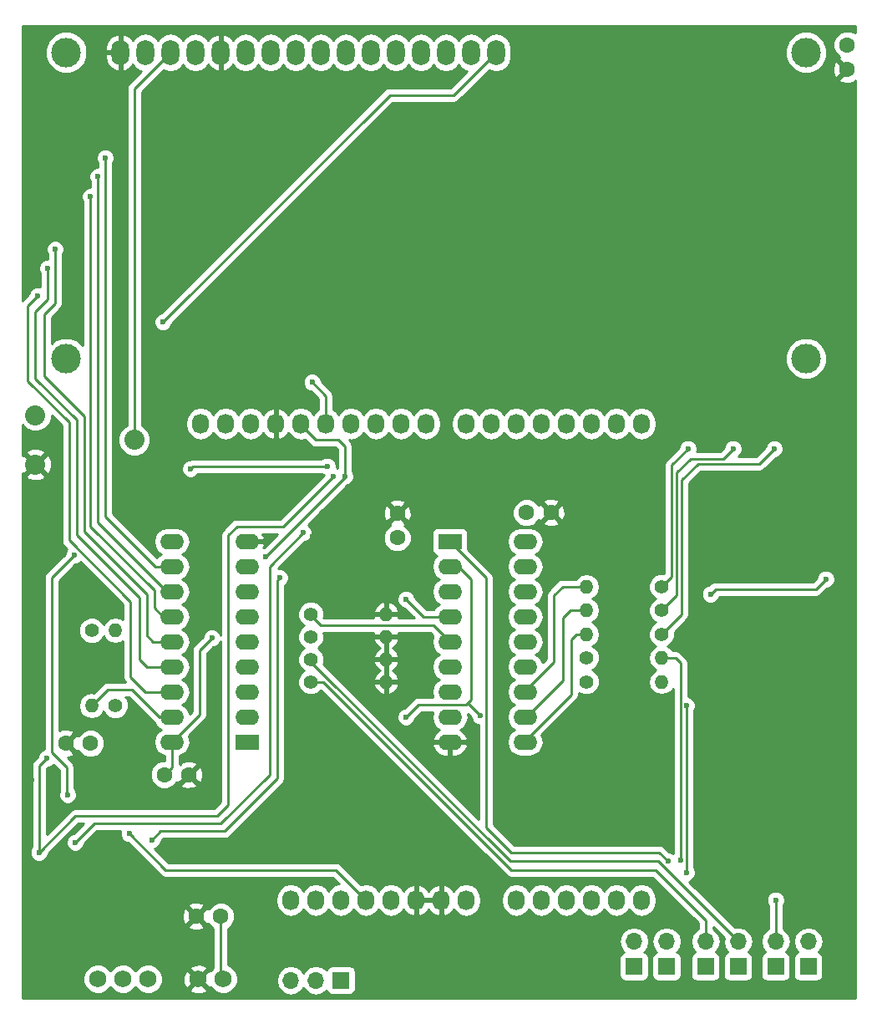
<source format=gbr>
G04 #@! TF.FileFunction,Copper,L2,Bot,Signal*
%FSLAX46Y46*%
G04 Gerber Fmt 4.6, Leading zero omitted, Abs format (unit mm)*
G04 Created by KiCad (PCBNEW 4.0.5) date 05/03/17 08:17:14*
%MOMM*%
%LPD*%
G01*
G04 APERTURE LIST*
%ADD10C,0.100000*%
%ADD11O,1.800000X2.600000*%
%ADD12C,3.000000*%
%ADD13R,2.400000X1.600000*%
%ADD14O,2.400000X1.600000*%
%ADD15C,1.600000*%
%ADD16R,1.700000X1.700000*%
%ADD17O,1.700000X1.700000*%
%ADD18O,1.727200X2.032000*%
%ADD19C,2.032000*%
%ADD20C,1.752600*%
%ADD21C,1.400000*%
%ADD22O,1.400000X1.400000*%
%ADD23C,0.600000*%
%ADD24C,0.250000*%
%ADD25C,0.254000*%
G04 APERTURE END LIST*
D10*
D11*
X121666000Y-37973000D03*
X124206000Y-37973000D03*
X126746000Y-37973000D03*
X129286000Y-37973000D03*
X131826000Y-37973000D03*
X134366000Y-37973000D03*
X136906000Y-37973000D03*
X139446000Y-37973000D03*
X141986000Y-37973000D03*
X144526000Y-37973000D03*
X147066000Y-37973000D03*
X149606000Y-37973000D03*
X152146000Y-37973000D03*
X154686000Y-37973000D03*
X157226000Y-37973000D03*
X159766000Y-37973000D03*
D12*
X116166900Y-37973000D03*
X116166900Y-68973700D03*
X191165480Y-68973700D03*
X191165480Y-37973000D03*
D13*
X134493000Y-107823000D03*
D14*
X126873000Y-87503000D03*
X134493000Y-105283000D03*
X126873000Y-90043000D03*
X134493000Y-102743000D03*
X126873000Y-92583000D03*
X134493000Y-100203000D03*
X126873000Y-95123000D03*
X134493000Y-97663000D03*
X126873000Y-97663000D03*
X134493000Y-95123000D03*
X126873000Y-100203000D03*
X134493000Y-92583000D03*
X126873000Y-102743000D03*
X134493000Y-90043000D03*
X126873000Y-105283000D03*
X134493000Y-87503000D03*
X126873000Y-107823000D03*
D15*
X126111000Y-111125000D03*
X128611000Y-111125000D03*
X118618000Y-107950000D03*
X116118000Y-107950000D03*
X162814000Y-84582000D03*
X165314000Y-84582000D03*
X149733000Y-87122000D03*
X149733000Y-84622000D03*
X195326000Y-37211000D03*
X195326000Y-39711000D03*
X131826000Y-125476000D03*
X129326000Y-125476000D03*
D16*
X188087000Y-130556000D03*
D17*
X188087000Y-128016000D03*
D16*
X180975000Y-130556000D03*
D17*
X180975000Y-128016000D03*
D16*
X191389000Y-130556000D03*
D17*
X191389000Y-128016000D03*
D16*
X184277000Y-130556000D03*
D17*
X184277000Y-128016000D03*
D16*
X173736000Y-130556000D03*
D17*
X173736000Y-128016000D03*
D16*
X177038000Y-130556000D03*
D17*
X177038000Y-128016000D03*
D16*
X144018000Y-131953000D03*
D17*
X141478000Y-131953000D03*
X138938000Y-131953000D03*
D18*
X161798000Y-123825000D03*
X164338000Y-123825000D03*
X166878000Y-123825000D03*
X169418000Y-123825000D03*
X171958000Y-123825000D03*
X174498000Y-123825000D03*
X129794000Y-75565000D03*
X132334000Y-75565000D03*
X134874000Y-75565000D03*
X137414000Y-75565000D03*
X139954000Y-75565000D03*
X142494000Y-75565000D03*
X145034000Y-75565000D03*
X147574000Y-75565000D03*
X150114000Y-75565000D03*
X152654000Y-75565000D03*
X156718000Y-75565000D03*
X159258000Y-75565000D03*
X161798000Y-75565000D03*
X164338000Y-75565000D03*
X166878000Y-75565000D03*
X169418000Y-75565000D03*
X171958000Y-75565000D03*
X174498000Y-75565000D03*
D19*
X113055400Y-74726800D03*
X123063000Y-77216000D03*
X113055400Y-79705200D03*
D20*
X132080000Y-131826000D03*
X129540000Y-131826000D03*
X124460000Y-131826000D03*
X121920000Y-131826000D03*
X119380000Y-131826000D03*
D13*
X155067000Y-87503000D03*
D14*
X162687000Y-107823000D03*
X155067000Y-90043000D03*
X162687000Y-105283000D03*
X155067000Y-92583000D03*
X162687000Y-102743000D03*
X155067000Y-95123000D03*
X162687000Y-100203000D03*
X155067000Y-97663000D03*
X162687000Y-97663000D03*
X155067000Y-100203000D03*
X162687000Y-95123000D03*
X155067000Y-102743000D03*
X162687000Y-92583000D03*
X155067000Y-105283000D03*
X162687000Y-90043000D03*
X155067000Y-107823000D03*
X162687000Y-87503000D03*
D21*
X140970000Y-97155000D03*
D22*
X148590000Y-97155000D03*
D21*
X140970000Y-101727000D03*
D22*
X148590000Y-101727000D03*
D21*
X140970000Y-94869000D03*
D22*
X148590000Y-94869000D03*
D21*
X140970000Y-99441000D03*
D22*
X148590000Y-99441000D03*
D21*
X118745000Y-96520000D03*
D22*
X118745000Y-104140000D03*
D21*
X176530000Y-92075000D03*
D22*
X168910000Y-92075000D03*
D21*
X176530000Y-94488000D03*
D22*
X168910000Y-94488000D03*
D21*
X176530000Y-96901000D03*
D22*
X168910000Y-96901000D03*
D21*
X168910000Y-101727000D03*
D22*
X176530000Y-101727000D03*
D21*
X168910000Y-99314000D03*
D22*
X176530000Y-99314000D03*
D21*
X121158000Y-104140000D03*
D22*
X121158000Y-96520000D03*
D18*
X138938000Y-123825000D03*
X141478000Y-123825000D03*
X144018000Y-123825000D03*
X146558000Y-123825000D03*
X149098000Y-123825000D03*
X151638000Y-123825000D03*
X154178000Y-123825000D03*
X156718000Y-123825000D03*
D23*
X130937000Y-97282000D03*
X112649000Y-111633000D03*
X139192000Y-103886000D03*
X138303000Y-81026000D03*
X143510000Y-86995000D03*
X141097000Y-86995000D03*
X162052000Y-131318000D03*
X158242000Y-131191000D03*
X190246000Y-113538000D03*
X186182000Y-113665000D03*
X189865000Y-103124000D03*
X186436000Y-103124000D03*
X190627000Y-96139000D03*
X191516000Y-91440000D03*
X182118000Y-96012000D03*
X182753000Y-91186000D03*
X189738000Y-81280000D03*
X186436000Y-81280000D03*
X190373000Y-72009000D03*
X186182000Y-72009000D03*
X181991000Y-72009000D03*
X121158000Y-124968000D03*
X112776000Y-124968000D03*
X121158000Y-111633000D03*
X116332000Y-114427000D03*
X113030000Y-88900000D03*
X158115000Y-105156000D03*
X150622000Y-105283000D03*
X177165000Y-119888000D03*
X136398000Y-89027000D03*
X144399000Y-80899000D03*
X122555000Y-117094000D03*
X141097000Y-71374000D03*
X116967000Y-88900000D03*
X116332000Y-113157000D03*
X179197000Y-78105000D03*
X183769000Y-78105000D03*
X187960000Y-78105000D03*
X143256000Y-80899000D03*
X114173000Y-109474000D03*
X113411000Y-118999000D03*
X120142000Y-48641000D03*
X119380000Y-50546000D03*
X118618000Y-52578000D03*
X115062000Y-57912000D03*
X114300000Y-59817000D03*
X113284000Y-62611000D03*
X125984000Y-65278000D03*
X117094000Y-117983000D03*
X140208000Y-86614000D03*
X124841000Y-117729000D03*
X137795000Y-91186000D03*
X150622000Y-93345000D03*
X188087000Y-123825000D03*
X179070000Y-104140000D03*
X179070000Y-121031000D03*
X178435000Y-119761000D03*
X142621000Y-79883000D03*
X128778000Y-80137000D03*
X181483000Y-92837000D03*
X193167000Y-91313000D03*
D24*
X129667000Y-105029000D02*
X126873000Y-107823000D01*
X129667000Y-98552000D02*
X129667000Y-105029000D01*
X130937000Y-97282000D02*
X129667000Y-98552000D01*
X126873000Y-107823000D02*
X126873000Y-110363000D01*
X126873000Y-110363000D02*
X126111000Y-111125000D01*
X131826000Y-125476000D02*
X131826000Y-131572000D01*
X131826000Y-131572000D02*
X132080000Y-131826000D01*
X158115000Y-105156000D02*
X156845000Y-103886000D01*
X150622000Y-105283000D02*
X151892000Y-104013000D01*
X151892000Y-104013000D02*
X156718000Y-104013000D01*
X156718000Y-104013000D02*
X156845000Y-103886000D01*
X157226000Y-91313000D02*
X155956000Y-90043000D01*
X156845000Y-103886000D02*
X157226000Y-103505000D01*
X157226000Y-103505000D02*
X157226000Y-91313000D01*
X155956000Y-90043000D02*
X155067000Y-90043000D01*
X158750000Y-91186000D02*
X155067000Y-87503000D01*
X158750000Y-116459000D02*
X158750000Y-91186000D01*
X161290000Y-118999000D02*
X158750000Y-116459000D01*
X176276000Y-118999000D02*
X161290000Y-118999000D01*
X177165000Y-119888000D02*
X176276000Y-118999000D01*
X139954000Y-75565000D02*
X139954000Y-75692000D01*
X139954000Y-75692000D02*
X141478000Y-77216000D01*
X144399000Y-77851000D02*
X144399000Y-80899000D01*
X143764000Y-77216000D02*
X144399000Y-77851000D01*
X141478000Y-77216000D02*
X143764000Y-77216000D01*
X144399000Y-81026000D02*
X144399000Y-80899000D01*
X136398000Y-89027000D02*
X144399000Y-81026000D01*
X139954000Y-76454000D02*
X139954000Y-75565000D01*
X143510000Y-120777000D02*
X146558000Y-123825000D01*
X126238000Y-120777000D02*
X143510000Y-120777000D01*
X122555000Y-117094000D02*
X126238000Y-120777000D01*
X142494000Y-72771000D02*
X142494000Y-75565000D01*
X141097000Y-71374000D02*
X142494000Y-72771000D01*
X114681000Y-91186000D02*
X116967000Y-88900000D01*
X114681000Y-108839000D02*
X114681000Y-91186000D01*
X116205000Y-110363000D02*
X114681000Y-108839000D01*
X116205000Y-113030000D02*
X116205000Y-110363000D01*
X116332000Y-113157000D02*
X116205000Y-113030000D01*
X177546000Y-91059000D02*
X176530000Y-92075000D01*
X177546000Y-79756000D02*
X177546000Y-91059000D01*
X179197000Y-78105000D02*
X177546000Y-79756000D01*
X183769000Y-78105000D02*
X182753000Y-79121000D01*
X182753000Y-79121000D02*
X179451000Y-79121000D01*
X179451000Y-79121000D02*
X178054000Y-80518000D01*
X178054000Y-80518000D02*
X178054000Y-92964000D01*
X178054000Y-92964000D02*
X176530000Y-94488000D01*
X187960000Y-78105000D02*
X186436000Y-79629000D01*
X186436000Y-79629000D02*
X180213000Y-79629000D01*
X180213000Y-79629000D02*
X178562000Y-81280000D01*
X178562000Y-81280000D02*
X178562000Y-94869000D01*
X178562000Y-94869000D02*
X176530000Y-96901000D01*
X117094000Y-115316000D02*
X113411000Y-118999000D01*
X131445000Y-115316000D02*
X117094000Y-115316000D01*
X132588000Y-114173000D02*
X131445000Y-115316000D01*
X132588000Y-86868000D02*
X132588000Y-114173000D01*
X133477000Y-85979000D02*
X132588000Y-86868000D01*
X138176000Y-85979000D02*
X133477000Y-85979000D01*
X143256000Y-80899000D02*
X138176000Y-85979000D01*
X114173000Y-109474000D02*
X113411000Y-110236000D01*
X113411000Y-110236000D02*
X113411000Y-118999000D01*
X123063000Y-77216000D02*
X123063000Y-41656000D01*
X123063000Y-41656000D02*
X126746000Y-37973000D01*
X126873000Y-90043000D02*
X125222000Y-90043000D01*
X120142000Y-84963000D02*
X120142000Y-48641000D01*
X125222000Y-90043000D02*
X120142000Y-84963000D01*
X126873000Y-92583000D02*
X126365000Y-92583000D01*
X126365000Y-92583000D02*
X119380000Y-85598000D01*
X119380000Y-85598000D02*
X119380000Y-50546000D01*
X126873000Y-95123000D02*
X125984000Y-95123000D01*
X125984000Y-95123000D02*
X125095000Y-94234000D01*
X118618000Y-85979000D02*
X118618000Y-52578000D01*
X125095000Y-92456000D02*
X118618000Y-85979000D01*
X125095000Y-94234000D02*
X125095000Y-92456000D01*
X126873000Y-97663000D02*
X124968000Y-97663000D01*
X115062000Y-63373000D02*
X115062000Y-57912000D01*
X113919000Y-64516000D02*
X115062000Y-63373000D01*
X113919000Y-70739000D02*
X113919000Y-64516000D01*
X117983000Y-74803000D02*
X113919000Y-70739000D01*
X117983000Y-86487000D02*
X117983000Y-74803000D01*
X124333000Y-92837000D02*
X117983000Y-86487000D01*
X124333000Y-97028000D02*
X124333000Y-92837000D01*
X124968000Y-97663000D02*
X124333000Y-97028000D01*
X126873000Y-100203000D02*
X124333000Y-100203000D01*
X114300000Y-62992000D02*
X114300000Y-59817000D01*
X113030000Y-64262000D02*
X114300000Y-62992000D01*
X113030000Y-70993000D02*
X113030000Y-64262000D01*
X117221000Y-75184000D02*
X113030000Y-70993000D01*
X117221000Y-86868000D02*
X117221000Y-75184000D01*
X123571000Y-93218000D02*
X117221000Y-86868000D01*
X123571000Y-99441000D02*
X123571000Y-93218000D01*
X124333000Y-100203000D02*
X123571000Y-99441000D01*
X126873000Y-102743000D02*
X124206000Y-102743000D01*
X112268000Y-63627000D02*
X113284000Y-62611000D01*
X112268000Y-71247000D02*
X112268000Y-63627000D01*
X116459000Y-75438000D02*
X112268000Y-71247000D01*
X116459000Y-87376000D02*
X116459000Y-75438000D01*
X122682000Y-93599000D02*
X116459000Y-87376000D01*
X122682000Y-101219000D02*
X122682000Y-93599000D01*
X124206000Y-102743000D02*
X122682000Y-101219000D01*
X155448000Y-42291000D02*
X159766000Y-37973000D01*
X148971000Y-42291000D02*
X155448000Y-42291000D01*
X125984000Y-65278000D02*
X148971000Y-42291000D01*
X118999000Y-116078000D02*
X117094000Y-117983000D01*
X131826000Y-116078000D02*
X118999000Y-116078000D01*
X136779000Y-111125000D02*
X131826000Y-116078000D01*
X136779000Y-90043000D02*
X136779000Y-111125000D01*
X140208000Y-86614000D02*
X136779000Y-90043000D01*
X125730000Y-116840000D02*
X124841000Y-117729000D01*
X132207000Y-116840000D02*
X125730000Y-116840000D01*
X137541000Y-111506000D02*
X132207000Y-116840000D01*
X137541000Y-91440000D02*
X137541000Y-111506000D01*
X137795000Y-91186000D02*
X137541000Y-91440000D01*
X150622000Y-93345000D02*
X152400000Y-95123000D01*
X152400000Y-95123000D02*
X155067000Y-95123000D01*
X188087000Y-123825000D02*
X188087000Y-128016000D01*
X140970000Y-101727000D02*
X142240000Y-101727000D01*
X180975000Y-125857000D02*
X180975000Y-128016000D01*
X175895000Y-120777000D02*
X180975000Y-125857000D01*
X161290000Y-120777000D02*
X175895000Y-120777000D01*
X142240000Y-101727000D02*
X161290000Y-120777000D01*
X180975000Y-128016000D02*
X180975000Y-127381000D01*
X140970000Y-94869000D02*
X140970000Y-94996000D01*
X140970000Y-94996000D02*
X141986000Y-96012000D01*
X153416000Y-96012000D02*
X155067000Y-97663000D01*
X141986000Y-96012000D02*
X153416000Y-96012000D01*
X140970000Y-94869000D02*
X140843000Y-94869000D01*
X140970000Y-99441000D02*
X140970000Y-99695000D01*
X140970000Y-99695000D02*
X161163000Y-119888000D01*
X176149000Y-119888000D02*
X184277000Y-128016000D01*
X161163000Y-119888000D02*
X176149000Y-119888000D01*
X184277000Y-128016000D02*
X184277000Y-127762000D01*
X126873000Y-105283000D02*
X125603000Y-105283000D01*
X120396000Y-102489000D02*
X118745000Y-104140000D01*
X122809000Y-102489000D02*
X120396000Y-102489000D01*
X125603000Y-105283000D02*
X122809000Y-102489000D01*
X162687000Y-102743000D02*
X162687000Y-102616000D01*
X162687000Y-102616000D02*
X165608000Y-99695000D01*
X165608000Y-99695000D02*
X165608000Y-92964000D01*
X165608000Y-92964000D02*
X166497000Y-92075000D01*
X166497000Y-92075000D02*
X168910000Y-92075000D01*
X162687000Y-105283000D02*
X162814000Y-105283000D01*
X162814000Y-105283000D02*
X166497000Y-101600000D01*
X166497000Y-101600000D02*
X166497000Y-95250000D01*
X166497000Y-95250000D02*
X167259000Y-94488000D01*
X167259000Y-94488000D02*
X168910000Y-94488000D01*
X162687000Y-107823000D02*
X162687000Y-107696000D01*
X162687000Y-107696000D02*
X167386000Y-102997000D01*
X167386000Y-102997000D02*
X167386000Y-97409000D01*
X167386000Y-97409000D02*
X167894000Y-96901000D01*
X167894000Y-96901000D02*
X168910000Y-96901000D01*
X179070000Y-121031000D02*
X179070000Y-104140000D01*
X178435000Y-119761000D02*
X178435000Y-99822000D01*
X178435000Y-99822000D02*
X177927000Y-99314000D01*
X177927000Y-99314000D02*
X176530000Y-99314000D01*
X129032000Y-79883000D02*
X142621000Y-79883000D01*
X128778000Y-80137000D02*
X129032000Y-79883000D01*
X181483000Y-92837000D02*
X181991000Y-92329000D01*
X181991000Y-92329000D02*
X192151000Y-92329000D01*
X192151000Y-92329000D02*
X193167000Y-91313000D01*
D25*
G36*
X196140000Y-35995253D02*
X196139923Y-35995176D01*
X195612691Y-35776250D01*
X195041813Y-35775752D01*
X194514200Y-35993757D01*
X194110176Y-36397077D01*
X193891250Y-36924309D01*
X193890752Y-37495187D01*
X194108757Y-38022800D01*
X194512077Y-38426824D01*
X194578544Y-38454423D01*
X194571995Y-38457136D01*
X194497861Y-38703255D01*
X195326000Y-39531395D01*
X195340142Y-39517252D01*
X195519748Y-39696858D01*
X195505605Y-39711000D01*
X195519748Y-39725142D01*
X195340142Y-39904748D01*
X195326000Y-39890605D01*
X194497861Y-40718745D01*
X194571995Y-40964864D01*
X195109223Y-41157965D01*
X195679454Y-41130778D01*
X196080005Y-40964864D01*
X196140000Y-40765685D01*
X196140000Y-133783000D01*
X111708000Y-133783000D01*
X111708000Y-132125297D01*
X117868438Y-132125297D01*
X118098035Y-132680964D01*
X118522800Y-133106471D01*
X119078065Y-133337037D01*
X119679297Y-133337562D01*
X120234964Y-133107965D01*
X120650351Y-132693302D01*
X121062800Y-133106471D01*
X121618065Y-133337037D01*
X122219297Y-133337562D01*
X122774964Y-133107965D01*
X123190351Y-132693302D01*
X123602800Y-133106471D01*
X124158065Y-133337037D01*
X124759297Y-133337562D01*
X125314964Y-133107965D01*
X125534310Y-132889001D01*
X128656604Y-132889001D01*
X128740104Y-133143027D01*
X129304997Y-133348882D01*
X129905668Y-133322891D01*
X130339896Y-133143027D01*
X130423396Y-132889001D01*
X129540000Y-132005605D01*
X128656604Y-132889001D01*
X125534310Y-132889001D01*
X125740471Y-132683200D01*
X125971037Y-132127935D01*
X125971505Y-131590997D01*
X128017118Y-131590997D01*
X128043109Y-132191668D01*
X128222973Y-132625896D01*
X128476999Y-132709396D01*
X129360395Y-131826000D01*
X128476999Y-130942604D01*
X128222973Y-131026104D01*
X128017118Y-131590997D01*
X125971505Y-131590997D01*
X125971562Y-131526703D01*
X125741965Y-130971036D01*
X125534291Y-130762999D01*
X128656604Y-130762999D01*
X129540000Y-131646395D01*
X130423396Y-130762999D01*
X130339896Y-130508973D01*
X129775003Y-130303118D01*
X129174332Y-130329109D01*
X128740104Y-130508973D01*
X128656604Y-130762999D01*
X125534291Y-130762999D01*
X125317200Y-130545529D01*
X124761935Y-130314963D01*
X124160703Y-130314438D01*
X123605036Y-130544035D01*
X123189649Y-130958698D01*
X122777200Y-130545529D01*
X122221935Y-130314963D01*
X121620703Y-130314438D01*
X121065036Y-130544035D01*
X120649649Y-130958698D01*
X120237200Y-130545529D01*
X119681935Y-130314963D01*
X119080703Y-130314438D01*
X118525036Y-130544035D01*
X118099529Y-130968800D01*
X117868963Y-131524065D01*
X117868438Y-132125297D01*
X111708000Y-132125297D01*
X111708000Y-126483745D01*
X128497861Y-126483745D01*
X128571995Y-126729864D01*
X129109223Y-126922965D01*
X129679454Y-126895778D01*
X130080005Y-126729864D01*
X130154139Y-126483745D01*
X129326000Y-125655605D01*
X128497861Y-126483745D01*
X111708000Y-126483745D01*
X111708000Y-125259223D01*
X127879035Y-125259223D01*
X127906222Y-125829454D01*
X128072136Y-126230005D01*
X128318255Y-126304139D01*
X129146395Y-125476000D01*
X129505605Y-125476000D01*
X130333745Y-126304139D01*
X130579864Y-126230005D01*
X130582196Y-126223517D01*
X130608757Y-126287800D01*
X131012077Y-126691824D01*
X131066000Y-126714215D01*
X131066000Y-130702794D01*
X130799529Y-130968800D01*
X130785497Y-131002592D01*
X130603001Y-130942604D01*
X129719605Y-131826000D01*
X130603001Y-132709396D01*
X130785056Y-132649553D01*
X130798035Y-132680964D01*
X131222800Y-133106471D01*
X131778065Y-133337037D01*
X132379297Y-133337562D01*
X132934964Y-133107965D01*
X133360471Y-132683200D01*
X133591037Y-132127935D01*
X133591215Y-131923907D01*
X137453000Y-131923907D01*
X137453000Y-131982093D01*
X137566039Y-132550378D01*
X137887946Y-133032147D01*
X138369715Y-133354054D01*
X138938000Y-133467093D01*
X139506285Y-133354054D01*
X139988054Y-133032147D01*
X140208000Y-132702974D01*
X140427946Y-133032147D01*
X140909715Y-133354054D01*
X141478000Y-133467093D01*
X142046285Y-133354054D01*
X142528054Y-133032147D01*
X142555850Y-132990548D01*
X142564838Y-133038317D01*
X142703910Y-133254441D01*
X142916110Y-133399431D01*
X143168000Y-133450440D01*
X144868000Y-133450440D01*
X145103317Y-133406162D01*
X145319441Y-133267090D01*
X145464431Y-133054890D01*
X145515440Y-132803000D01*
X145515440Y-131103000D01*
X145471162Y-130867683D01*
X145332090Y-130651559D01*
X145119890Y-130506569D01*
X144868000Y-130455560D01*
X143168000Y-130455560D01*
X142932683Y-130499838D01*
X142716559Y-130638910D01*
X142571569Y-130851110D01*
X142557914Y-130918541D01*
X142528054Y-130873853D01*
X142046285Y-130551946D01*
X141478000Y-130438907D01*
X140909715Y-130551946D01*
X140427946Y-130873853D01*
X140208000Y-131203026D01*
X139988054Y-130873853D01*
X139506285Y-130551946D01*
X138938000Y-130438907D01*
X138369715Y-130551946D01*
X137887946Y-130873853D01*
X137566039Y-131355622D01*
X137453000Y-131923907D01*
X133591215Y-131923907D01*
X133591562Y-131526703D01*
X133361965Y-130971036D01*
X132937200Y-130545529D01*
X132586000Y-130399698D01*
X132586000Y-128016000D01*
X172221907Y-128016000D01*
X172334946Y-128584285D01*
X172656853Y-129066054D01*
X172698452Y-129093850D01*
X172650683Y-129102838D01*
X172434559Y-129241910D01*
X172289569Y-129454110D01*
X172238560Y-129706000D01*
X172238560Y-131406000D01*
X172282838Y-131641317D01*
X172421910Y-131857441D01*
X172634110Y-132002431D01*
X172886000Y-132053440D01*
X174586000Y-132053440D01*
X174821317Y-132009162D01*
X175037441Y-131870090D01*
X175182431Y-131657890D01*
X175233440Y-131406000D01*
X175233440Y-129706000D01*
X175189162Y-129470683D01*
X175050090Y-129254559D01*
X174837890Y-129109569D01*
X174770459Y-129095914D01*
X174815147Y-129066054D01*
X175137054Y-128584285D01*
X175250093Y-128016000D01*
X175523907Y-128016000D01*
X175636946Y-128584285D01*
X175958853Y-129066054D01*
X176000452Y-129093850D01*
X175952683Y-129102838D01*
X175736559Y-129241910D01*
X175591569Y-129454110D01*
X175540560Y-129706000D01*
X175540560Y-131406000D01*
X175584838Y-131641317D01*
X175723910Y-131857441D01*
X175936110Y-132002431D01*
X176188000Y-132053440D01*
X177888000Y-132053440D01*
X178123317Y-132009162D01*
X178339441Y-131870090D01*
X178484431Y-131657890D01*
X178535440Y-131406000D01*
X178535440Y-129706000D01*
X178491162Y-129470683D01*
X178352090Y-129254559D01*
X178139890Y-129109569D01*
X178072459Y-129095914D01*
X178117147Y-129066054D01*
X178439054Y-128584285D01*
X178552093Y-128016000D01*
X178439054Y-127447715D01*
X178117147Y-126965946D01*
X177635378Y-126644039D01*
X177067093Y-126531000D01*
X177008907Y-126531000D01*
X176440622Y-126644039D01*
X175958853Y-126965946D01*
X175636946Y-127447715D01*
X175523907Y-128016000D01*
X175250093Y-128016000D01*
X175137054Y-127447715D01*
X174815147Y-126965946D01*
X174333378Y-126644039D01*
X173765093Y-126531000D01*
X173706907Y-126531000D01*
X173138622Y-126644039D01*
X172656853Y-126965946D01*
X172334946Y-127447715D01*
X172221907Y-128016000D01*
X132586000Y-128016000D01*
X132586000Y-126714646D01*
X132637800Y-126693243D01*
X133041824Y-126289923D01*
X133260750Y-125762691D01*
X133261248Y-125191813D01*
X133043243Y-124664200D01*
X132639923Y-124260176D01*
X132112691Y-124041250D01*
X131541813Y-124040752D01*
X131014200Y-124258757D01*
X130610176Y-124662077D01*
X130582577Y-124728544D01*
X130579864Y-124721995D01*
X130333745Y-124647861D01*
X129505605Y-125476000D01*
X129146395Y-125476000D01*
X128318255Y-124647861D01*
X128072136Y-124721995D01*
X127879035Y-125259223D01*
X111708000Y-125259223D01*
X111708000Y-124468255D01*
X128497861Y-124468255D01*
X129326000Y-125296395D01*
X130154139Y-124468255D01*
X130080005Y-124222136D01*
X129542777Y-124029035D01*
X128972546Y-124056222D01*
X128571995Y-124222136D01*
X128497861Y-124468255D01*
X111708000Y-124468255D01*
X111708000Y-80869307D01*
X112070898Y-80869307D01*
X112171520Y-81137822D01*
X112787042Y-81367016D01*
X113443419Y-81343214D01*
X113939280Y-81137822D01*
X114039902Y-80869307D01*
X113055400Y-79884805D01*
X112070898Y-80869307D01*
X111708000Y-80869307D01*
X111708000Y-80621016D01*
X111891293Y-80689702D01*
X112875795Y-79705200D01*
X113235005Y-79705200D01*
X114219507Y-80689702D01*
X114488022Y-80589080D01*
X114717216Y-79973558D01*
X114693414Y-79317181D01*
X114488022Y-78821320D01*
X114219507Y-78720698D01*
X113235005Y-79705200D01*
X112875795Y-79705200D01*
X111891293Y-78720698D01*
X111708000Y-78789384D01*
X111708000Y-78541093D01*
X112070898Y-78541093D01*
X113055400Y-79525595D01*
X114039902Y-78541093D01*
X113939280Y-78272578D01*
X113323758Y-78043384D01*
X112667381Y-78067186D01*
X112171520Y-78272578D01*
X112070898Y-78541093D01*
X111708000Y-78541093D01*
X111708000Y-75713954D01*
X112118963Y-76125634D01*
X112725555Y-76377513D01*
X113382363Y-76378086D01*
X113989395Y-76127266D01*
X114454234Y-75663237D01*
X114706113Y-75056645D01*
X114706372Y-74760174D01*
X115699000Y-75752802D01*
X115699000Y-87376000D01*
X115756852Y-87666839D01*
X115921599Y-87913401D01*
X116276428Y-88268230D01*
X116174808Y-88369673D01*
X116032162Y-88713201D01*
X116032121Y-88760077D01*
X114143599Y-90648599D01*
X113978852Y-90895161D01*
X113921000Y-91186000D01*
X113921000Y-108566453D01*
X113644057Y-108680883D01*
X113380808Y-108943673D01*
X113238162Y-109287201D01*
X113238121Y-109334077D01*
X112873599Y-109698599D01*
X112708852Y-109945161D01*
X112651000Y-110236000D01*
X112651000Y-118436537D01*
X112618808Y-118468673D01*
X112476162Y-118812201D01*
X112475838Y-119184167D01*
X112617883Y-119527943D01*
X112880673Y-119791192D01*
X113224201Y-119933838D01*
X113596167Y-119934162D01*
X113939943Y-119792117D01*
X114203192Y-119529327D01*
X114345838Y-119185799D01*
X114345879Y-119138923D01*
X117408802Y-116076000D01*
X117926198Y-116076000D01*
X116954320Y-117047878D01*
X116908833Y-117047838D01*
X116565057Y-117189883D01*
X116301808Y-117452673D01*
X116159162Y-117796201D01*
X116158838Y-118168167D01*
X116300883Y-118511943D01*
X116563673Y-118775192D01*
X116907201Y-118917838D01*
X117279167Y-118918162D01*
X117622943Y-118776117D01*
X117886192Y-118513327D01*
X118028838Y-118169799D01*
X118028879Y-118122923D01*
X119313802Y-116838000D01*
X121648897Y-116838000D01*
X121620162Y-116907201D01*
X121619838Y-117279167D01*
X121761883Y-117622943D01*
X122024673Y-117886192D01*
X122368201Y-118028838D01*
X122415077Y-118028879D01*
X125700599Y-121314401D01*
X125947161Y-121479148D01*
X126238000Y-121537000D01*
X143195198Y-121537000D01*
X143836046Y-122177848D01*
X143444511Y-122255729D01*
X142958330Y-122580585D01*
X142748000Y-122895366D01*
X142537670Y-122580585D01*
X142051489Y-122255729D01*
X141478000Y-122141655D01*
X140904511Y-122255729D01*
X140418330Y-122580585D01*
X140208000Y-122895366D01*
X139997670Y-122580585D01*
X139511489Y-122255729D01*
X138938000Y-122141655D01*
X138364511Y-122255729D01*
X137878330Y-122580585D01*
X137553474Y-123066766D01*
X137439400Y-123640255D01*
X137439400Y-124009745D01*
X137553474Y-124583234D01*
X137878330Y-125069415D01*
X138364511Y-125394271D01*
X138938000Y-125508345D01*
X139511489Y-125394271D01*
X139997670Y-125069415D01*
X140208000Y-124754634D01*
X140418330Y-125069415D01*
X140904511Y-125394271D01*
X141478000Y-125508345D01*
X142051489Y-125394271D01*
X142537670Y-125069415D01*
X142748000Y-124754634D01*
X142958330Y-125069415D01*
X143444511Y-125394271D01*
X144018000Y-125508345D01*
X144591489Y-125394271D01*
X145077670Y-125069415D01*
X145288000Y-124754634D01*
X145498330Y-125069415D01*
X145984511Y-125394271D01*
X146558000Y-125508345D01*
X147131489Y-125394271D01*
X147617670Y-125069415D01*
X147828000Y-124754634D01*
X148038330Y-125069415D01*
X148524511Y-125394271D01*
X149098000Y-125508345D01*
X149671489Y-125394271D01*
X150157670Y-125069415D01*
X150364461Y-124759931D01*
X150735964Y-125175732D01*
X151263209Y-125429709D01*
X151278974Y-125432358D01*
X151511000Y-125311217D01*
X151511000Y-123952000D01*
X151765000Y-123952000D01*
X151765000Y-125311217D01*
X151997026Y-125432358D01*
X152012791Y-125429709D01*
X152540036Y-125175732D01*
X152908000Y-124763892D01*
X153275964Y-125175732D01*
X153803209Y-125429709D01*
X153818974Y-125432358D01*
X154051000Y-125311217D01*
X154051000Y-123952000D01*
X151765000Y-123952000D01*
X151511000Y-123952000D01*
X151491000Y-123952000D01*
X151491000Y-123698000D01*
X151511000Y-123698000D01*
X151511000Y-122338783D01*
X151765000Y-122338783D01*
X151765000Y-123698000D01*
X154051000Y-123698000D01*
X154051000Y-122338783D01*
X154305000Y-122338783D01*
X154305000Y-123698000D01*
X154325000Y-123698000D01*
X154325000Y-123952000D01*
X154305000Y-123952000D01*
X154305000Y-125311217D01*
X154537026Y-125432358D01*
X154552791Y-125429709D01*
X155080036Y-125175732D01*
X155451539Y-124759931D01*
X155658330Y-125069415D01*
X156144511Y-125394271D01*
X156718000Y-125508345D01*
X157291489Y-125394271D01*
X157777670Y-125069415D01*
X158102526Y-124583234D01*
X158216600Y-124009745D01*
X158216600Y-123640255D01*
X160299400Y-123640255D01*
X160299400Y-124009745D01*
X160413474Y-124583234D01*
X160738330Y-125069415D01*
X161224511Y-125394271D01*
X161798000Y-125508345D01*
X162371489Y-125394271D01*
X162857670Y-125069415D01*
X163068000Y-124754634D01*
X163278330Y-125069415D01*
X163764511Y-125394271D01*
X164338000Y-125508345D01*
X164911489Y-125394271D01*
X165397670Y-125069415D01*
X165608000Y-124754634D01*
X165818330Y-125069415D01*
X166304511Y-125394271D01*
X166878000Y-125508345D01*
X167451489Y-125394271D01*
X167937670Y-125069415D01*
X168148000Y-124754634D01*
X168358330Y-125069415D01*
X168844511Y-125394271D01*
X169418000Y-125508345D01*
X169991489Y-125394271D01*
X170477670Y-125069415D01*
X170688000Y-124754634D01*
X170898330Y-125069415D01*
X171384511Y-125394271D01*
X171958000Y-125508345D01*
X172531489Y-125394271D01*
X173017670Y-125069415D01*
X173228000Y-124754634D01*
X173438330Y-125069415D01*
X173924511Y-125394271D01*
X174498000Y-125508345D01*
X175071489Y-125394271D01*
X175557670Y-125069415D01*
X175882526Y-124583234D01*
X175996600Y-124009745D01*
X175996600Y-123640255D01*
X175882526Y-123066766D01*
X175557670Y-122580585D01*
X175071489Y-122255729D01*
X174498000Y-122141655D01*
X173924511Y-122255729D01*
X173438330Y-122580585D01*
X173228000Y-122895366D01*
X173017670Y-122580585D01*
X172531489Y-122255729D01*
X171958000Y-122141655D01*
X171384511Y-122255729D01*
X170898330Y-122580585D01*
X170688000Y-122895366D01*
X170477670Y-122580585D01*
X169991489Y-122255729D01*
X169418000Y-122141655D01*
X168844511Y-122255729D01*
X168358330Y-122580585D01*
X168148000Y-122895366D01*
X167937670Y-122580585D01*
X167451489Y-122255729D01*
X166878000Y-122141655D01*
X166304511Y-122255729D01*
X165818330Y-122580585D01*
X165608000Y-122895366D01*
X165397670Y-122580585D01*
X164911489Y-122255729D01*
X164338000Y-122141655D01*
X163764511Y-122255729D01*
X163278330Y-122580585D01*
X163068000Y-122895366D01*
X162857670Y-122580585D01*
X162371489Y-122255729D01*
X161798000Y-122141655D01*
X161224511Y-122255729D01*
X160738330Y-122580585D01*
X160413474Y-123066766D01*
X160299400Y-123640255D01*
X158216600Y-123640255D01*
X158102526Y-123066766D01*
X157777670Y-122580585D01*
X157291489Y-122255729D01*
X156718000Y-122141655D01*
X156144511Y-122255729D01*
X155658330Y-122580585D01*
X155451539Y-122890069D01*
X155080036Y-122474268D01*
X154552791Y-122220291D01*
X154537026Y-122217642D01*
X154305000Y-122338783D01*
X154051000Y-122338783D01*
X153818974Y-122217642D01*
X153803209Y-122220291D01*
X153275964Y-122474268D01*
X152908000Y-122886108D01*
X152540036Y-122474268D01*
X152012791Y-122220291D01*
X151997026Y-122217642D01*
X151765000Y-122338783D01*
X151511000Y-122338783D01*
X151278974Y-122217642D01*
X151263209Y-122220291D01*
X150735964Y-122474268D01*
X150364461Y-122890069D01*
X150157670Y-122580585D01*
X149671489Y-122255729D01*
X149098000Y-122141655D01*
X148524511Y-122255729D01*
X148038330Y-122580585D01*
X147828000Y-122895366D01*
X147617670Y-122580585D01*
X147131489Y-122255729D01*
X146558000Y-122141655D01*
X146050421Y-122242619D01*
X144047401Y-120239599D01*
X143800839Y-120074852D01*
X143510000Y-120017000D01*
X126552802Y-120017000D01*
X125149149Y-118613347D01*
X125369943Y-118522117D01*
X125633192Y-118259327D01*
X125775838Y-117915799D01*
X125775879Y-117868923D01*
X126044802Y-117600000D01*
X132207000Y-117600000D01*
X132497839Y-117542148D01*
X132744401Y-117377401D01*
X138078401Y-112043401D01*
X138243148Y-111796839D01*
X138301000Y-111506000D01*
X138301000Y-95133383D01*
X139634769Y-95133383D01*
X139837582Y-95624229D01*
X140212796Y-96000098D01*
X140240922Y-96011777D01*
X140214771Y-96022582D01*
X139838902Y-96397796D01*
X139635232Y-96888287D01*
X139634769Y-97419383D01*
X139837582Y-97910229D01*
X140212796Y-98286098D01*
X140240922Y-98297777D01*
X140214771Y-98308582D01*
X139838902Y-98683796D01*
X139635232Y-99174287D01*
X139634769Y-99705383D01*
X139837582Y-100196229D01*
X140212796Y-100572098D01*
X140240922Y-100583777D01*
X140214771Y-100594582D01*
X139838902Y-100969796D01*
X139635232Y-101460287D01*
X139634769Y-101991383D01*
X139837582Y-102482229D01*
X140212796Y-102858098D01*
X140703287Y-103061768D01*
X141234383Y-103062231D01*
X141725229Y-102859418D01*
X142011672Y-102573474D01*
X160752599Y-121314401D01*
X160999160Y-121479148D01*
X161290000Y-121537000D01*
X175580198Y-121537000D01*
X180215000Y-126171802D01*
X180215000Y-126752699D01*
X179895853Y-126965946D01*
X179573946Y-127447715D01*
X179460907Y-128016000D01*
X179573946Y-128584285D01*
X179895853Y-129066054D01*
X179937452Y-129093850D01*
X179889683Y-129102838D01*
X179673559Y-129241910D01*
X179528569Y-129454110D01*
X179477560Y-129706000D01*
X179477560Y-131406000D01*
X179521838Y-131641317D01*
X179660910Y-131857441D01*
X179873110Y-132002431D01*
X180125000Y-132053440D01*
X181825000Y-132053440D01*
X182060317Y-132009162D01*
X182276441Y-131870090D01*
X182421431Y-131657890D01*
X182472440Y-131406000D01*
X182472440Y-129706000D01*
X182428162Y-129470683D01*
X182289090Y-129254559D01*
X182076890Y-129109569D01*
X182009459Y-129095914D01*
X182054147Y-129066054D01*
X182376054Y-128584285D01*
X182489093Y-128016000D01*
X182376054Y-127447715D01*
X182054147Y-126965946D01*
X181735000Y-126752699D01*
X181735000Y-126548802D01*
X182835790Y-127649592D01*
X182762907Y-128016000D01*
X182875946Y-128584285D01*
X183197853Y-129066054D01*
X183239452Y-129093850D01*
X183191683Y-129102838D01*
X182975559Y-129241910D01*
X182830569Y-129454110D01*
X182779560Y-129706000D01*
X182779560Y-131406000D01*
X182823838Y-131641317D01*
X182962910Y-131857441D01*
X183175110Y-132002431D01*
X183427000Y-132053440D01*
X185127000Y-132053440D01*
X185362317Y-132009162D01*
X185578441Y-131870090D01*
X185723431Y-131657890D01*
X185774440Y-131406000D01*
X185774440Y-129706000D01*
X185730162Y-129470683D01*
X185591090Y-129254559D01*
X185378890Y-129109569D01*
X185311459Y-129095914D01*
X185356147Y-129066054D01*
X185678054Y-128584285D01*
X185791093Y-128016000D01*
X186572907Y-128016000D01*
X186685946Y-128584285D01*
X187007853Y-129066054D01*
X187049452Y-129093850D01*
X187001683Y-129102838D01*
X186785559Y-129241910D01*
X186640569Y-129454110D01*
X186589560Y-129706000D01*
X186589560Y-131406000D01*
X186633838Y-131641317D01*
X186772910Y-131857441D01*
X186985110Y-132002431D01*
X187237000Y-132053440D01*
X188937000Y-132053440D01*
X189172317Y-132009162D01*
X189388441Y-131870090D01*
X189533431Y-131657890D01*
X189584440Y-131406000D01*
X189584440Y-129706000D01*
X189540162Y-129470683D01*
X189401090Y-129254559D01*
X189188890Y-129109569D01*
X189121459Y-129095914D01*
X189166147Y-129066054D01*
X189488054Y-128584285D01*
X189601093Y-128016000D01*
X189874907Y-128016000D01*
X189987946Y-128584285D01*
X190309853Y-129066054D01*
X190351452Y-129093850D01*
X190303683Y-129102838D01*
X190087559Y-129241910D01*
X189942569Y-129454110D01*
X189891560Y-129706000D01*
X189891560Y-131406000D01*
X189935838Y-131641317D01*
X190074910Y-131857441D01*
X190287110Y-132002431D01*
X190539000Y-132053440D01*
X192239000Y-132053440D01*
X192474317Y-132009162D01*
X192690441Y-131870090D01*
X192835431Y-131657890D01*
X192886440Y-131406000D01*
X192886440Y-129706000D01*
X192842162Y-129470683D01*
X192703090Y-129254559D01*
X192490890Y-129109569D01*
X192423459Y-129095914D01*
X192468147Y-129066054D01*
X192790054Y-128584285D01*
X192903093Y-128016000D01*
X192790054Y-127447715D01*
X192468147Y-126965946D01*
X191986378Y-126644039D01*
X191418093Y-126531000D01*
X191359907Y-126531000D01*
X190791622Y-126644039D01*
X190309853Y-126965946D01*
X189987946Y-127447715D01*
X189874907Y-128016000D01*
X189601093Y-128016000D01*
X189488054Y-127447715D01*
X189166147Y-126965946D01*
X188847000Y-126752699D01*
X188847000Y-124387463D01*
X188879192Y-124355327D01*
X189021838Y-124011799D01*
X189022162Y-123639833D01*
X188880117Y-123296057D01*
X188617327Y-123032808D01*
X188273799Y-122890162D01*
X187901833Y-122889838D01*
X187558057Y-123031883D01*
X187294808Y-123294673D01*
X187152162Y-123638201D01*
X187151838Y-124010167D01*
X187293883Y-124353943D01*
X187327000Y-124387118D01*
X187327000Y-126752699D01*
X187007853Y-126965946D01*
X186685946Y-127447715D01*
X186572907Y-128016000D01*
X185791093Y-128016000D01*
X185678054Y-127447715D01*
X185356147Y-126965946D01*
X184874378Y-126644039D01*
X184306093Y-126531000D01*
X184247907Y-126531000D01*
X183930031Y-126594229D01*
X179288281Y-121952479D01*
X179598943Y-121824117D01*
X179862192Y-121561327D01*
X180004838Y-121217799D01*
X180005162Y-120845833D01*
X179863117Y-120502057D01*
X179830000Y-120468882D01*
X179830000Y-104702463D01*
X179862192Y-104670327D01*
X180004838Y-104326799D01*
X180005162Y-103954833D01*
X179863117Y-103611057D01*
X179600327Y-103347808D01*
X179256799Y-103205162D01*
X179195000Y-103205108D01*
X179195000Y-99822000D01*
X179137148Y-99531161D01*
X178972401Y-99284599D01*
X178464401Y-98776599D01*
X178217839Y-98611852D01*
X177927000Y-98554000D01*
X177623078Y-98554000D01*
X177500142Y-98370012D01*
X177106756Y-98107161D01*
X177285229Y-98033418D01*
X177661098Y-97658204D01*
X177864768Y-97167713D01*
X177865228Y-96640574D01*
X179099401Y-95406401D01*
X179264148Y-95159839D01*
X179322000Y-94869000D01*
X179322000Y-93022167D01*
X180547838Y-93022167D01*
X180689883Y-93365943D01*
X180952673Y-93629192D01*
X181296201Y-93771838D01*
X181668167Y-93772162D01*
X182011943Y-93630117D01*
X182275192Y-93367327D01*
X182390764Y-93089000D01*
X192151000Y-93089000D01*
X192441839Y-93031148D01*
X192688401Y-92866401D01*
X193306680Y-92248122D01*
X193352167Y-92248162D01*
X193695943Y-92106117D01*
X193959192Y-91843327D01*
X194101838Y-91499799D01*
X194102162Y-91127833D01*
X193960117Y-90784057D01*
X193697327Y-90520808D01*
X193353799Y-90378162D01*
X192981833Y-90377838D01*
X192638057Y-90519883D01*
X192374808Y-90782673D01*
X192232162Y-91126201D01*
X192232121Y-91173077D01*
X191836198Y-91569000D01*
X181991000Y-91569000D01*
X181700161Y-91626852D01*
X181568323Y-91714943D01*
X181453599Y-91791599D01*
X181343320Y-91901878D01*
X181297833Y-91901838D01*
X180954057Y-92043883D01*
X180690808Y-92306673D01*
X180548162Y-92650201D01*
X180547838Y-93022167D01*
X179322000Y-93022167D01*
X179322000Y-81594802D01*
X180527802Y-80389000D01*
X186436000Y-80389000D01*
X186726839Y-80331148D01*
X186973401Y-80166401D01*
X188099680Y-79040122D01*
X188145167Y-79040162D01*
X188488943Y-78898117D01*
X188752192Y-78635327D01*
X188894838Y-78291799D01*
X188895162Y-77919833D01*
X188753117Y-77576057D01*
X188490327Y-77312808D01*
X188146799Y-77170162D01*
X187774833Y-77169838D01*
X187431057Y-77311883D01*
X187167808Y-77574673D01*
X187025162Y-77918201D01*
X187025121Y-77965077D01*
X186121198Y-78869000D01*
X184327111Y-78869000D01*
X184561192Y-78635327D01*
X184703838Y-78291799D01*
X184704162Y-77919833D01*
X184562117Y-77576057D01*
X184299327Y-77312808D01*
X183955799Y-77170162D01*
X183583833Y-77169838D01*
X183240057Y-77311883D01*
X182976808Y-77574673D01*
X182834162Y-77918201D01*
X182834121Y-77965077D01*
X182438198Y-78361000D01*
X180103103Y-78361000D01*
X180131838Y-78291799D01*
X180132162Y-77919833D01*
X179990117Y-77576057D01*
X179727327Y-77312808D01*
X179383799Y-77170162D01*
X179011833Y-77169838D01*
X178668057Y-77311883D01*
X178404808Y-77574673D01*
X178262162Y-77918201D01*
X178262121Y-77965077D01*
X177008599Y-79218599D01*
X176843852Y-79465161D01*
X176786000Y-79756000D01*
X176786000Y-90740223D01*
X176265617Y-90739769D01*
X175774771Y-90942582D01*
X175398902Y-91317796D01*
X175195232Y-91808287D01*
X175194769Y-92339383D01*
X175397582Y-92830229D01*
X175772796Y-93206098D01*
X175954224Y-93281434D01*
X175774771Y-93355582D01*
X175398902Y-93730796D01*
X175195232Y-94221287D01*
X175194769Y-94752383D01*
X175397582Y-95243229D01*
X175772796Y-95619098D01*
X175954224Y-95694434D01*
X175774771Y-95768582D01*
X175398902Y-96143796D01*
X175195232Y-96634287D01*
X175194769Y-97165383D01*
X175397582Y-97656229D01*
X175772796Y-98032098D01*
X175953368Y-98107078D01*
X175559858Y-98370012D01*
X175270467Y-98803118D01*
X175168846Y-99314000D01*
X175270467Y-99824882D01*
X175559858Y-100257988D01*
X175952737Y-100520500D01*
X175559858Y-100783012D01*
X175270467Y-101216118D01*
X175168846Y-101727000D01*
X175270467Y-102237882D01*
X175559858Y-102670988D01*
X175992964Y-102960379D01*
X176503846Y-103062000D01*
X176556154Y-103062000D01*
X177067036Y-102960379D01*
X177500142Y-102670988D01*
X177675000Y-102409293D01*
X177675000Y-119087367D01*
X177351799Y-118953162D01*
X177304923Y-118953121D01*
X176813401Y-118461599D01*
X176566839Y-118296852D01*
X176276000Y-118239000D01*
X161604802Y-118239000D01*
X159510000Y-116144198D01*
X159510000Y-91186000D01*
X159452148Y-90895161D01*
X159287401Y-90648599D01*
X156914440Y-88275638D01*
X156914440Y-87503000D01*
X160816050Y-87503000D01*
X160925283Y-88052151D01*
X161236352Y-88517698D01*
X161618438Y-88773000D01*
X161236352Y-89028302D01*
X160925283Y-89493849D01*
X160816050Y-90043000D01*
X160925283Y-90592151D01*
X161236352Y-91057698D01*
X161618438Y-91313000D01*
X161236352Y-91568302D01*
X160925283Y-92033849D01*
X160816050Y-92583000D01*
X160925283Y-93132151D01*
X161236352Y-93597698D01*
X161618438Y-93853000D01*
X161236352Y-94108302D01*
X160925283Y-94573849D01*
X160816050Y-95123000D01*
X160925283Y-95672151D01*
X161236352Y-96137698D01*
X161618438Y-96393000D01*
X161236352Y-96648302D01*
X160925283Y-97113849D01*
X160816050Y-97663000D01*
X160925283Y-98212151D01*
X161236352Y-98677698D01*
X161618438Y-98933000D01*
X161236352Y-99188302D01*
X160925283Y-99653849D01*
X160816050Y-100203000D01*
X160925283Y-100752151D01*
X161236352Y-101217698D01*
X161618438Y-101473000D01*
X161236352Y-101728302D01*
X160925283Y-102193849D01*
X160816050Y-102743000D01*
X160925283Y-103292151D01*
X161236352Y-103757698D01*
X161618438Y-104013000D01*
X161236352Y-104268302D01*
X160925283Y-104733849D01*
X160816050Y-105283000D01*
X160925283Y-105832151D01*
X161236352Y-106297698D01*
X161618438Y-106553000D01*
X161236352Y-106808302D01*
X160925283Y-107273849D01*
X160816050Y-107823000D01*
X160925283Y-108372151D01*
X161236352Y-108837698D01*
X161701899Y-109148767D01*
X162251050Y-109258000D01*
X163122950Y-109258000D01*
X163672101Y-109148767D01*
X164137648Y-108837698D01*
X164448717Y-108372151D01*
X164557950Y-107823000D01*
X164448717Y-107273849D01*
X164342667Y-107115135D01*
X167923401Y-103534401D01*
X168088148Y-103287839D01*
X168146000Y-102997000D01*
X168146000Y-102851290D01*
X168152796Y-102858098D01*
X168643287Y-103061768D01*
X169174383Y-103062231D01*
X169665229Y-102859418D01*
X170041098Y-102484204D01*
X170244768Y-101993713D01*
X170245231Y-101462617D01*
X170042418Y-100971771D01*
X169667204Y-100595902D01*
X169485776Y-100520566D01*
X169665229Y-100446418D01*
X170041098Y-100071204D01*
X170244768Y-99580713D01*
X170245231Y-99049617D01*
X170042418Y-98558771D01*
X169667204Y-98182902D01*
X169486632Y-98107922D01*
X169880142Y-97844988D01*
X170169533Y-97411882D01*
X170271154Y-96901000D01*
X170169533Y-96390118D01*
X169880142Y-95957012D01*
X169487263Y-95694500D01*
X169880142Y-95431988D01*
X170169533Y-94998882D01*
X170271154Y-94488000D01*
X170169533Y-93977118D01*
X169880142Y-93544012D01*
X169487263Y-93281500D01*
X169880142Y-93018988D01*
X170169533Y-92585882D01*
X170271154Y-92075000D01*
X170169533Y-91564118D01*
X169880142Y-91131012D01*
X169447036Y-90841621D01*
X168936154Y-90740000D01*
X168883846Y-90740000D01*
X168372964Y-90841621D01*
X167939858Y-91131012D01*
X167816922Y-91315000D01*
X166497000Y-91315000D01*
X166206161Y-91372852D01*
X165959599Y-91537599D01*
X165070599Y-92426599D01*
X164905852Y-92673161D01*
X164848000Y-92964000D01*
X164848000Y-99380198D01*
X164469561Y-99758637D01*
X164448717Y-99653849D01*
X164137648Y-99188302D01*
X163755562Y-98933000D01*
X164137648Y-98677698D01*
X164448717Y-98212151D01*
X164557950Y-97663000D01*
X164448717Y-97113849D01*
X164137648Y-96648302D01*
X163755562Y-96393000D01*
X164137648Y-96137698D01*
X164448717Y-95672151D01*
X164557950Y-95123000D01*
X164448717Y-94573849D01*
X164137648Y-94108302D01*
X163755562Y-93853000D01*
X164137648Y-93597698D01*
X164448717Y-93132151D01*
X164557950Y-92583000D01*
X164448717Y-92033849D01*
X164137648Y-91568302D01*
X163755562Y-91313000D01*
X164137648Y-91057698D01*
X164448717Y-90592151D01*
X164557950Y-90043000D01*
X164448717Y-89493849D01*
X164137648Y-89028302D01*
X163755562Y-88773000D01*
X164137648Y-88517698D01*
X164448717Y-88052151D01*
X164557950Y-87503000D01*
X164448717Y-86953849D01*
X164137648Y-86488302D01*
X163672101Y-86177233D01*
X163122950Y-86068000D01*
X162251050Y-86068000D01*
X161701899Y-86177233D01*
X161236352Y-86488302D01*
X160925283Y-86953849D01*
X160816050Y-87503000D01*
X156914440Y-87503000D01*
X156914440Y-86703000D01*
X156870162Y-86467683D01*
X156731090Y-86251559D01*
X156518890Y-86106569D01*
X156267000Y-86055560D01*
X153867000Y-86055560D01*
X153631683Y-86099838D01*
X153415559Y-86238910D01*
X153270569Y-86451110D01*
X153219560Y-86703000D01*
X153219560Y-88303000D01*
X153263838Y-88538317D01*
X153402910Y-88754441D01*
X153615110Y-88899431D01*
X153764074Y-88929597D01*
X153616352Y-89028302D01*
X153305283Y-89493849D01*
X153196050Y-90043000D01*
X153305283Y-90592151D01*
X153616352Y-91057698D01*
X153998438Y-91313000D01*
X153616352Y-91568302D01*
X153305283Y-92033849D01*
X153196050Y-92583000D01*
X153305283Y-93132151D01*
X153616352Y-93597698D01*
X153998438Y-93853000D01*
X153616352Y-94108302D01*
X153446168Y-94363000D01*
X152714802Y-94363000D01*
X151557122Y-93205320D01*
X151557162Y-93159833D01*
X151415117Y-92816057D01*
X151152327Y-92552808D01*
X150808799Y-92410162D01*
X150436833Y-92409838D01*
X150093057Y-92551883D01*
X149829808Y-92814673D01*
X149687162Y-93158201D01*
X149686838Y-93530167D01*
X149828883Y-93873943D01*
X150091673Y-94137192D01*
X150435201Y-94279838D01*
X150482077Y-94279879D01*
X151454198Y-95252000D01*
X149862143Y-95252000D01*
X149882716Y-95202329D01*
X149759374Y-94996000D01*
X148717000Y-94996000D01*
X148717000Y-95016000D01*
X148463000Y-95016000D01*
X148463000Y-94996000D01*
X147420626Y-94996000D01*
X147297284Y-95202329D01*
X147317857Y-95252000D01*
X142300802Y-95252000D01*
X142269485Y-95220683D01*
X142304768Y-95135713D01*
X142305231Y-94604617D01*
X142276744Y-94535671D01*
X147297284Y-94535671D01*
X147420626Y-94742000D01*
X148463000Y-94742000D01*
X148463000Y-93698794D01*
X148717000Y-93698794D01*
X148717000Y-94742000D01*
X149759374Y-94742000D01*
X149882716Y-94535671D01*
X149739797Y-94190604D01*
X149392663Y-93802236D01*
X148923331Y-93576273D01*
X148717000Y-93698794D01*
X148463000Y-93698794D01*
X148256669Y-93576273D01*
X147787337Y-93802236D01*
X147440203Y-94190604D01*
X147297284Y-94535671D01*
X142276744Y-94535671D01*
X142102418Y-94113771D01*
X141727204Y-93737902D01*
X141236713Y-93534232D01*
X140705617Y-93533769D01*
X140214771Y-93736582D01*
X139838902Y-94111796D01*
X139635232Y-94602287D01*
X139634769Y-95133383D01*
X138301000Y-95133383D01*
X138301000Y-91988597D01*
X138323943Y-91979117D01*
X138587192Y-91716327D01*
X138729838Y-91372799D01*
X138730162Y-91000833D01*
X138588117Y-90657057D01*
X138325327Y-90393808D01*
X137981799Y-90251162D01*
X137645933Y-90250869D01*
X140347680Y-87549122D01*
X140393167Y-87549162D01*
X140736943Y-87407117D01*
X140737874Y-87406187D01*
X148297752Y-87406187D01*
X148515757Y-87933800D01*
X148919077Y-88337824D01*
X149446309Y-88556750D01*
X150017187Y-88557248D01*
X150544800Y-88339243D01*
X150948824Y-87935923D01*
X151167750Y-87408691D01*
X151168248Y-86837813D01*
X150950243Y-86310200D01*
X150546923Y-85906176D01*
X150480456Y-85878577D01*
X150487005Y-85875864D01*
X150561139Y-85629745D01*
X149733000Y-84801605D01*
X148904861Y-85629745D01*
X148978995Y-85875864D01*
X148985483Y-85878196D01*
X148921200Y-85904757D01*
X148517176Y-86308077D01*
X148298250Y-86835309D01*
X148297752Y-87406187D01*
X140737874Y-87406187D01*
X141000192Y-87144327D01*
X141142838Y-86800799D01*
X141143162Y-86428833D01*
X141001117Y-86085057D01*
X140738327Y-85821808D01*
X140695696Y-85804106D01*
X142094579Y-84405223D01*
X148286035Y-84405223D01*
X148313222Y-84975454D01*
X148479136Y-85376005D01*
X148725255Y-85450139D01*
X149553395Y-84622000D01*
X149912605Y-84622000D01*
X150740745Y-85450139D01*
X150986864Y-85376005D01*
X151170112Y-84866187D01*
X161378752Y-84866187D01*
X161596757Y-85393800D01*
X162000077Y-85797824D01*
X162527309Y-86016750D01*
X163098187Y-86017248D01*
X163625800Y-85799243D01*
X163835663Y-85589745D01*
X164485861Y-85589745D01*
X164559995Y-85835864D01*
X165097223Y-86028965D01*
X165667454Y-86001778D01*
X166068005Y-85835864D01*
X166142139Y-85589745D01*
X165314000Y-84761605D01*
X164485861Y-85589745D01*
X163835663Y-85589745D01*
X164029824Y-85395923D01*
X164057423Y-85329456D01*
X164060136Y-85336005D01*
X164306255Y-85410139D01*
X165134395Y-84582000D01*
X165493605Y-84582000D01*
X166321745Y-85410139D01*
X166567864Y-85336005D01*
X166760965Y-84798777D01*
X166733778Y-84228546D01*
X166567864Y-83827995D01*
X166321745Y-83753861D01*
X165493605Y-84582000D01*
X165134395Y-84582000D01*
X164306255Y-83753861D01*
X164060136Y-83827995D01*
X164057804Y-83834483D01*
X164031243Y-83770200D01*
X163835640Y-83574255D01*
X164485861Y-83574255D01*
X165314000Y-84402395D01*
X166142139Y-83574255D01*
X166068005Y-83328136D01*
X165530777Y-83135035D01*
X164960546Y-83162222D01*
X164559995Y-83328136D01*
X164485861Y-83574255D01*
X163835640Y-83574255D01*
X163627923Y-83366176D01*
X163100691Y-83147250D01*
X162529813Y-83146752D01*
X162002200Y-83364757D01*
X161598176Y-83768077D01*
X161379250Y-84295309D01*
X161378752Y-84866187D01*
X151170112Y-84866187D01*
X151179965Y-84838777D01*
X151152778Y-84268546D01*
X150986864Y-83867995D01*
X150740745Y-83793861D01*
X149912605Y-84622000D01*
X149553395Y-84622000D01*
X148725255Y-83793861D01*
X148479136Y-83867995D01*
X148286035Y-84405223D01*
X142094579Y-84405223D01*
X142885547Y-83614255D01*
X148904861Y-83614255D01*
X149733000Y-84442395D01*
X150561139Y-83614255D01*
X150487005Y-83368136D01*
X149949777Y-83175035D01*
X149379546Y-83202222D01*
X148978995Y-83368136D01*
X148904861Y-83614255D01*
X142885547Y-83614255D01*
X144723008Y-81776794D01*
X144927943Y-81692117D01*
X145191192Y-81429327D01*
X145333838Y-81085799D01*
X145334162Y-80713833D01*
X145192117Y-80370057D01*
X145159000Y-80336882D01*
X145159000Y-77851000D01*
X145101148Y-77560161D01*
X144936401Y-77313599D01*
X144830710Y-77207908D01*
X145034000Y-77248345D01*
X145607489Y-77134271D01*
X146093670Y-76809415D01*
X146304000Y-76494634D01*
X146514330Y-76809415D01*
X147000511Y-77134271D01*
X147574000Y-77248345D01*
X148147489Y-77134271D01*
X148633670Y-76809415D01*
X148844000Y-76494634D01*
X149054330Y-76809415D01*
X149540511Y-77134271D01*
X150114000Y-77248345D01*
X150687489Y-77134271D01*
X151173670Y-76809415D01*
X151384000Y-76494634D01*
X151594330Y-76809415D01*
X152080511Y-77134271D01*
X152654000Y-77248345D01*
X153227489Y-77134271D01*
X153713670Y-76809415D01*
X154038526Y-76323234D01*
X154152600Y-75749745D01*
X154152600Y-75380255D01*
X155219400Y-75380255D01*
X155219400Y-75749745D01*
X155333474Y-76323234D01*
X155658330Y-76809415D01*
X156144511Y-77134271D01*
X156718000Y-77248345D01*
X157291489Y-77134271D01*
X157777670Y-76809415D01*
X157988000Y-76494634D01*
X158198330Y-76809415D01*
X158684511Y-77134271D01*
X159258000Y-77248345D01*
X159831489Y-77134271D01*
X160317670Y-76809415D01*
X160528000Y-76494634D01*
X160738330Y-76809415D01*
X161224511Y-77134271D01*
X161798000Y-77248345D01*
X162371489Y-77134271D01*
X162857670Y-76809415D01*
X163068000Y-76494634D01*
X163278330Y-76809415D01*
X163764511Y-77134271D01*
X164338000Y-77248345D01*
X164911489Y-77134271D01*
X165397670Y-76809415D01*
X165608000Y-76494634D01*
X165818330Y-76809415D01*
X166304511Y-77134271D01*
X166878000Y-77248345D01*
X167451489Y-77134271D01*
X167937670Y-76809415D01*
X168148000Y-76494634D01*
X168358330Y-76809415D01*
X168844511Y-77134271D01*
X169418000Y-77248345D01*
X169991489Y-77134271D01*
X170477670Y-76809415D01*
X170688000Y-76494634D01*
X170898330Y-76809415D01*
X171384511Y-77134271D01*
X171958000Y-77248345D01*
X172531489Y-77134271D01*
X173017670Y-76809415D01*
X173228000Y-76494634D01*
X173438330Y-76809415D01*
X173924511Y-77134271D01*
X174498000Y-77248345D01*
X175071489Y-77134271D01*
X175557670Y-76809415D01*
X175882526Y-76323234D01*
X175996600Y-75749745D01*
X175996600Y-75380255D01*
X175882526Y-74806766D01*
X175557670Y-74320585D01*
X175071489Y-73995729D01*
X174498000Y-73881655D01*
X173924511Y-73995729D01*
X173438330Y-74320585D01*
X173228000Y-74635366D01*
X173017670Y-74320585D01*
X172531489Y-73995729D01*
X171958000Y-73881655D01*
X171384511Y-73995729D01*
X170898330Y-74320585D01*
X170688000Y-74635366D01*
X170477670Y-74320585D01*
X169991489Y-73995729D01*
X169418000Y-73881655D01*
X168844511Y-73995729D01*
X168358330Y-74320585D01*
X168148000Y-74635366D01*
X167937670Y-74320585D01*
X167451489Y-73995729D01*
X166878000Y-73881655D01*
X166304511Y-73995729D01*
X165818330Y-74320585D01*
X165608000Y-74635366D01*
X165397670Y-74320585D01*
X164911489Y-73995729D01*
X164338000Y-73881655D01*
X163764511Y-73995729D01*
X163278330Y-74320585D01*
X163068000Y-74635366D01*
X162857670Y-74320585D01*
X162371489Y-73995729D01*
X161798000Y-73881655D01*
X161224511Y-73995729D01*
X160738330Y-74320585D01*
X160528000Y-74635366D01*
X160317670Y-74320585D01*
X159831489Y-73995729D01*
X159258000Y-73881655D01*
X158684511Y-73995729D01*
X158198330Y-74320585D01*
X157988000Y-74635366D01*
X157777670Y-74320585D01*
X157291489Y-73995729D01*
X156718000Y-73881655D01*
X156144511Y-73995729D01*
X155658330Y-74320585D01*
X155333474Y-74806766D01*
X155219400Y-75380255D01*
X154152600Y-75380255D01*
X154038526Y-74806766D01*
X153713670Y-74320585D01*
X153227489Y-73995729D01*
X152654000Y-73881655D01*
X152080511Y-73995729D01*
X151594330Y-74320585D01*
X151384000Y-74635366D01*
X151173670Y-74320585D01*
X150687489Y-73995729D01*
X150114000Y-73881655D01*
X149540511Y-73995729D01*
X149054330Y-74320585D01*
X148844000Y-74635366D01*
X148633670Y-74320585D01*
X148147489Y-73995729D01*
X147574000Y-73881655D01*
X147000511Y-73995729D01*
X146514330Y-74320585D01*
X146304000Y-74635366D01*
X146093670Y-74320585D01*
X145607489Y-73995729D01*
X145034000Y-73881655D01*
X144460511Y-73995729D01*
X143974330Y-74320585D01*
X143764000Y-74635366D01*
X143553670Y-74320585D01*
X143254000Y-74120352D01*
X143254000Y-72771000D01*
X143196148Y-72480161D01*
X143196148Y-72480160D01*
X143031401Y-72233599D01*
X142032122Y-71234320D01*
X142032162Y-71188833D01*
X141890117Y-70845057D01*
X141627327Y-70581808D01*
X141283799Y-70439162D01*
X140911833Y-70438838D01*
X140568057Y-70580883D01*
X140304808Y-70843673D01*
X140162162Y-71187201D01*
X140161838Y-71559167D01*
X140303883Y-71902943D01*
X140566673Y-72166192D01*
X140910201Y-72308838D01*
X140957077Y-72308879D01*
X141734000Y-73085802D01*
X141734000Y-74120352D01*
X141434330Y-74320585D01*
X141224000Y-74635366D01*
X141013670Y-74320585D01*
X140527489Y-73995729D01*
X139954000Y-73881655D01*
X139380511Y-73995729D01*
X138894330Y-74320585D01*
X138687539Y-74630069D01*
X138316036Y-74214268D01*
X137788791Y-73960291D01*
X137773026Y-73957642D01*
X137541000Y-74078783D01*
X137541000Y-75438000D01*
X137561000Y-75438000D01*
X137561000Y-75692000D01*
X137541000Y-75692000D01*
X137541000Y-77051217D01*
X137773026Y-77172358D01*
X137788791Y-77169709D01*
X138316036Y-76915732D01*
X138687539Y-76499931D01*
X138894330Y-76809415D01*
X139380511Y-77134271D01*
X139954000Y-77248345D01*
X140355650Y-77168452D01*
X140940599Y-77753401D01*
X141187160Y-77918148D01*
X141235414Y-77927746D01*
X141478000Y-77976000D01*
X143449198Y-77976000D01*
X143639000Y-78165802D01*
X143639000Y-80045632D01*
X143555889Y-80011121D01*
X143556162Y-79697833D01*
X143414117Y-79354057D01*
X143151327Y-79090808D01*
X142807799Y-78948162D01*
X142435833Y-78947838D01*
X142092057Y-79089883D01*
X142058882Y-79123000D01*
X129032000Y-79123000D01*
X128741160Y-79180852D01*
X128709600Y-79201940D01*
X128592833Y-79201838D01*
X128249057Y-79343883D01*
X127985808Y-79606673D01*
X127843162Y-79950201D01*
X127842838Y-80322167D01*
X127984883Y-80665943D01*
X128247673Y-80929192D01*
X128591201Y-81071838D01*
X128963167Y-81072162D01*
X129306943Y-80930117D01*
X129570192Y-80667327D01*
X129580294Y-80643000D01*
X142058537Y-80643000D01*
X142090673Y-80675192D01*
X142312779Y-80767419D01*
X137861198Y-85219000D01*
X133477000Y-85219000D01*
X133186161Y-85276852D01*
X132939599Y-85441599D01*
X132050599Y-86330599D01*
X131885852Y-86577161D01*
X131828000Y-86868000D01*
X131828000Y-96989953D01*
X131730117Y-96753057D01*
X131467327Y-96489808D01*
X131123799Y-96347162D01*
X130751833Y-96346838D01*
X130408057Y-96488883D01*
X130144808Y-96751673D01*
X130002162Y-97095201D01*
X130002121Y-97142077D01*
X129129599Y-98014599D01*
X128964852Y-98261161D01*
X128907000Y-98552000D01*
X128907000Y-104714198D01*
X128676631Y-104944567D01*
X128634717Y-104733849D01*
X128323648Y-104268302D01*
X127941562Y-104013000D01*
X128323648Y-103757698D01*
X128634717Y-103292151D01*
X128743950Y-102743000D01*
X128634717Y-102193849D01*
X128323648Y-101728302D01*
X127941562Y-101473000D01*
X128323648Y-101217698D01*
X128634717Y-100752151D01*
X128743950Y-100203000D01*
X128634717Y-99653849D01*
X128323648Y-99188302D01*
X127941562Y-98933000D01*
X128323648Y-98677698D01*
X128634717Y-98212151D01*
X128743950Y-97663000D01*
X128634717Y-97113849D01*
X128323648Y-96648302D01*
X127941562Y-96393000D01*
X128323648Y-96137698D01*
X128634717Y-95672151D01*
X128743950Y-95123000D01*
X128634717Y-94573849D01*
X128323648Y-94108302D01*
X127941562Y-93853000D01*
X128323648Y-93597698D01*
X128634717Y-93132151D01*
X128743950Y-92583000D01*
X128634717Y-92033849D01*
X128323648Y-91568302D01*
X127941562Y-91313000D01*
X128323648Y-91057698D01*
X128634717Y-90592151D01*
X128743950Y-90043000D01*
X128634717Y-89493849D01*
X128323648Y-89028302D01*
X127941562Y-88773000D01*
X128323648Y-88517698D01*
X128634717Y-88052151D01*
X128743950Y-87503000D01*
X128634717Y-86953849D01*
X128323648Y-86488302D01*
X127858101Y-86177233D01*
X127308950Y-86068000D01*
X126437050Y-86068000D01*
X125887899Y-86177233D01*
X125422352Y-86488302D01*
X125111283Y-86953849D01*
X125002050Y-87503000D01*
X125111283Y-88052151D01*
X125422352Y-88517698D01*
X125804438Y-88773000D01*
X125422352Y-89028302D01*
X125366176Y-89112374D01*
X120902000Y-84648198D01*
X120902000Y-77542963D01*
X121411714Y-77542963D01*
X121662534Y-78149995D01*
X122126563Y-78614834D01*
X122733155Y-78866713D01*
X123389963Y-78867286D01*
X123996995Y-78616466D01*
X124461834Y-78152437D01*
X124713713Y-77545845D01*
X124714286Y-76889037D01*
X124463466Y-76282005D01*
X123999437Y-75817166D01*
X123823000Y-75743903D01*
X123823000Y-75380255D01*
X128295400Y-75380255D01*
X128295400Y-75749745D01*
X128409474Y-76323234D01*
X128734330Y-76809415D01*
X129220511Y-77134271D01*
X129794000Y-77248345D01*
X130367489Y-77134271D01*
X130853670Y-76809415D01*
X131064000Y-76494634D01*
X131274330Y-76809415D01*
X131760511Y-77134271D01*
X132334000Y-77248345D01*
X132907489Y-77134271D01*
X133393670Y-76809415D01*
X133604000Y-76494634D01*
X133814330Y-76809415D01*
X134300511Y-77134271D01*
X134874000Y-77248345D01*
X135447489Y-77134271D01*
X135933670Y-76809415D01*
X136140461Y-76499931D01*
X136511964Y-76915732D01*
X137039209Y-77169709D01*
X137054974Y-77172358D01*
X137287000Y-77051217D01*
X137287000Y-75692000D01*
X137267000Y-75692000D01*
X137267000Y-75438000D01*
X137287000Y-75438000D01*
X137287000Y-74078783D01*
X137054974Y-73957642D01*
X137039209Y-73960291D01*
X136511964Y-74214268D01*
X136140461Y-74630069D01*
X135933670Y-74320585D01*
X135447489Y-73995729D01*
X134874000Y-73881655D01*
X134300511Y-73995729D01*
X133814330Y-74320585D01*
X133604000Y-74635366D01*
X133393670Y-74320585D01*
X132907489Y-73995729D01*
X132334000Y-73881655D01*
X131760511Y-73995729D01*
X131274330Y-74320585D01*
X131064000Y-74635366D01*
X130853670Y-74320585D01*
X130367489Y-73995729D01*
X129794000Y-73881655D01*
X129220511Y-73995729D01*
X128734330Y-74320585D01*
X128409474Y-74806766D01*
X128295400Y-75380255D01*
X123823000Y-75380255D01*
X123823000Y-69396515D01*
X189030110Y-69396515D01*
X189354460Y-70181500D01*
X189954521Y-70782609D01*
X190738939Y-71108328D01*
X191588295Y-71109070D01*
X192373280Y-70784720D01*
X192974389Y-70184659D01*
X193300108Y-69400241D01*
X193300850Y-68550885D01*
X192976500Y-67765900D01*
X192376439Y-67164791D01*
X191592021Y-66839072D01*
X190742665Y-66838330D01*
X189957680Y-67162680D01*
X189356571Y-67762741D01*
X189030852Y-68547159D01*
X189030110Y-69396515D01*
X123823000Y-69396515D01*
X123823000Y-65463167D01*
X125048838Y-65463167D01*
X125190883Y-65806943D01*
X125453673Y-66070192D01*
X125797201Y-66212838D01*
X126169167Y-66213162D01*
X126512943Y-66071117D01*
X126776192Y-65808327D01*
X126918838Y-65464799D01*
X126918879Y-65417923D01*
X149285802Y-43051000D01*
X155448000Y-43051000D01*
X155738839Y-42993148D01*
X155985401Y-42828401D01*
X159062381Y-39751421D01*
X159178581Y-39829064D01*
X159766000Y-39945909D01*
X160353419Y-39829064D01*
X160851409Y-39496318D01*
X161184155Y-38998328D01*
X161301000Y-38410909D01*
X161301000Y-38395815D01*
X189030110Y-38395815D01*
X189354460Y-39180800D01*
X189954521Y-39781909D01*
X190738939Y-40107628D01*
X191588295Y-40108370D01*
X192373280Y-39784020D01*
X192663583Y-39494223D01*
X193879035Y-39494223D01*
X193906222Y-40064454D01*
X194072136Y-40465005D01*
X194318255Y-40539139D01*
X195146395Y-39711000D01*
X194318255Y-38882861D01*
X194072136Y-38956995D01*
X193879035Y-39494223D01*
X192663583Y-39494223D01*
X192974389Y-39183959D01*
X193300108Y-38399541D01*
X193300850Y-37550185D01*
X192976500Y-36765200D01*
X192376439Y-36164091D01*
X191592021Y-35838372D01*
X190742665Y-35837630D01*
X189957680Y-36161980D01*
X189356571Y-36762041D01*
X189030852Y-37546459D01*
X189030110Y-38395815D01*
X161301000Y-38395815D01*
X161301000Y-37535091D01*
X161184155Y-36947672D01*
X160851409Y-36449682D01*
X160353419Y-36116936D01*
X159766000Y-36000091D01*
X159178581Y-36116936D01*
X158680591Y-36449682D01*
X158496000Y-36725942D01*
X158311409Y-36449682D01*
X157813419Y-36116936D01*
X157226000Y-36000091D01*
X156638581Y-36116936D01*
X156140591Y-36449682D01*
X155956000Y-36725942D01*
X155771409Y-36449682D01*
X155273419Y-36116936D01*
X154686000Y-36000091D01*
X154098581Y-36116936D01*
X153600591Y-36449682D01*
X153416000Y-36725942D01*
X153231409Y-36449682D01*
X152733419Y-36116936D01*
X152146000Y-36000091D01*
X151558581Y-36116936D01*
X151060591Y-36449682D01*
X150876000Y-36725942D01*
X150691409Y-36449682D01*
X150193419Y-36116936D01*
X149606000Y-36000091D01*
X149018581Y-36116936D01*
X148520591Y-36449682D01*
X148336000Y-36725942D01*
X148151409Y-36449682D01*
X147653419Y-36116936D01*
X147066000Y-36000091D01*
X146478581Y-36116936D01*
X145980591Y-36449682D01*
X145796000Y-36725942D01*
X145611409Y-36449682D01*
X145113419Y-36116936D01*
X144526000Y-36000091D01*
X143938581Y-36116936D01*
X143440591Y-36449682D01*
X143256000Y-36725942D01*
X143071409Y-36449682D01*
X142573419Y-36116936D01*
X141986000Y-36000091D01*
X141398581Y-36116936D01*
X140900591Y-36449682D01*
X140716000Y-36725942D01*
X140531409Y-36449682D01*
X140033419Y-36116936D01*
X139446000Y-36000091D01*
X138858581Y-36116936D01*
X138360591Y-36449682D01*
X138176000Y-36725942D01*
X137991409Y-36449682D01*
X137493419Y-36116936D01*
X136906000Y-36000091D01*
X136318581Y-36116936D01*
X135820591Y-36449682D01*
X135636000Y-36725942D01*
X135451409Y-36449682D01*
X134953419Y-36116936D01*
X134366000Y-36000091D01*
X133778581Y-36116936D01*
X133280591Y-36449682D01*
X133089808Y-36735210D01*
X132821606Y-36397788D01*
X132296086Y-36106244D01*
X132190740Y-36081964D01*
X131953000Y-36202622D01*
X131953000Y-37846000D01*
X131973000Y-37846000D01*
X131973000Y-38100000D01*
X131953000Y-38100000D01*
X131953000Y-39743378D01*
X132190740Y-39864036D01*
X132296086Y-39839756D01*
X132821606Y-39548212D01*
X133089808Y-39210790D01*
X133280591Y-39496318D01*
X133778581Y-39829064D01*
X134366000Y-39945909D01*
X134953419Y-39829064D01*
X135451409Y-39496318D01*
X135636000Y-39220058D01*
X135820591Y-39496318D01*
X136318581Y-39829064D01*
X136906000Y-39945909D01*
X137493419Y-39829064D01*
X137991409Y-39496318D01*
X138176000Y-39220058D01*
X138360591Y-39496318D01*
X138858581Y-39829064D01*
X139446000Y-39945909D01*
X140033419Y-39829064D01*
X140531409Y-39496318D01*
X140716000Y-39220058D01*
X140900591Y-39496318D01*
X141398581Y-39829064D01*
X141986000Y-39945909D01*
X142573419Y-39829064D01*
X143071409Y-39496318D01*
X143256000Y-39220058D01*
X143440591Y-39496318D01*
X143938581Y-39829064D01*
X144526000Y-39945909D01*
X145113419Y-39829064D01*
X145611409Y-39496318D01*
X145796000Y-39220058D01*
X145980591Y-39496318D01*
X146478581Y-39829064D01*
X147066000Y-39945909D01*
X147653419Y-39829064D01*
X148151409Y-39496318D01*
X148336000Y-39220058D01*
X148520591Y-39496318D01*
X149018581Y-39829064D01*
X149606000Y-39945909D01*
X150193419Y-39829064D01*
X150691409Y-39496318D01*
X150876000Y-39220058D01*
X151060591Y-39496318D01*
X151558581Y-39829064D01*
X152146000Y-39945909D01*
X152733419Y-39829064D01*
X153231409Y-39496318D01*
X153416000Y-39220058D01*
X153600591Y-39496318D01*
X154098581Y-39829064D01*
X154686000Y-39945909D01*
X155273419Y-39829064D01*
X155771409Y-39496318D01*
X155956000Y-39220058D01*
X156140591Y-39496318D01*
X156638581Y-39829064D01*
X156802524Y-39861674D01*
X155133198Y-41531000D01*
X148971000Y-41531000D01*
X148680161Y-41588852D01*
X148433599Y-41753599D01*
X125844320Y-64342878D01*
X125798833Y-64342838D01*
X125455057Y-64484883D01*
X125191808Y-64747673D01*
X125049162Y-65091201D01*
X125048838Y-65463167D01*
X123823000Y-65463167D01*
X123823000Y-41970802D01*
X126042381Y-39751421D01*
X126158581Y-39829064D01*
X126746000Y-39945909D01*
X127333419Y-39829064D01*
X127831409Y-39496318D01*
X128016000Y-39220058D01*
X128200591Y-39496318D01*
X128698581Y-39829064D01*
X129286000Y-39945909D01*
X129873419Y-39829064D01*
X130371409Y-39496318D01*
X130562192Y-39210790D01*
X130830394Y-39548212D01*
X131355914Y-39839756D01*
X131461260Y-39864036D01*
X131699000Y-39743378D01*
X131699000Y-38100000D01*
X131679000Y-38100000D01*
X131679000Y-37846000D01*
X131699000Y-37846000D01*
X131699000Y-36202622D01*
X131461260Y-36081964D01*
X131355914Y-36106244D01*
X130830394Y-36397788D01*
X130562192Y-36735210D01*
X130371409Y-36449682D01*
X129873419Y-36116936D01*
X129286000Y-36000091D01*
X128698581Y-36116936D01*
X128200591Y-36449682D01*
X128016000Y-36725942D01*
X127831409Y-36449682D01*
X127333419Y-36116936D01*
X126746000Y-36000091D01*
X126158581Y-36116936D01*
X125660591Y-36449682D01*
X125476000Y-36725942D01*
X125291409Y-36449682D01*
X124793419Y-36116936D01*
X124206000Y-36000091D01*
X123618581Y-36116936D01*
X123120591Y-36449682D01*
X122929808Y-36735210D01*
X122661606Y-36397788D01*
X122136086Y-36106244D01*
X122030740Y-36081964D01*
X121793000Y-36202622D01*
X121793000Y-37846000D01*
X121813000Y-37846000D01*
X121813000Y-38100000D01*
X121793000Y-38100000D01*
X121793000Y-39743378D01*
X122030740Y-39864036D01*
X122136086Y-39839756D01*
X122661606Y-39548212D01*
X122929808Y-39210790D01*
X123120591Y-39496318D01*
X123618581Y-39829064D01*
X123782524Y-39861674D01*
X122525599Y-41118599D01*
X122360852Y-41365161D01*
X122303000Y-41656000D01*
X122303000Y-75743641D01*
X122129005Y-75815534D01*
X121664166Y-76279563D01*
X121412287Y-76886155D01*
X121411714Y-77542963D01*
X120902000Y-77542963D01*
X120902000Y-49203463D01*
X120934192Y-49171327D01*
X121076838Y-48827799D01*
X121077162Y-48455833D01*
X120935117Y-48112057D01*
X120672327Y-47848808D01*
X120328799Y-47706162D01*
X119956833Y-47705838D01*
X119613057Y-47847883D01*
X119349808Y-48110673D01*
X119207162Y-48454201D01*
X119206838Y-48826167D01*
X119348883Y-49169943D01*
X119382000Y-49203118D01*
X119382000Y-49611001D01*
X119194833Y-49610838D01*
X118851057Y-49752883D01*
X118587808Y-50015673D01*
X118445162Y-50359201D01*
X118444838Y-50731167D01*
X118586883Y-51074943D01*
X118620000Y-51108118D01*
X118620000Y-51643001D01*
X118432833Y-51642838D01*
X118089057Y-51784883D01*
X117825808Y-52047673D01*
X117683162Y-52391201D01*
X117682838Y-52763167D01*
X117824883Y-53106943D01*
X117858000Y-53140118D01*
X117858000Y-67645771D01*
X117377859Y-67164791D01*
X116593441Y-66839072D01*
X115744085Y-66838330D01*
X114959100Y-67162680D01*
X114679000Y-67442292D01*
X114679000Y-64830802D01*
X115599401Y-63910401D01*
X115764148Y-63663839D01*
X115822000Y-63373000D01*
X115822000Y-58474463D01*
X115854192Y-58442327D01*
X115996838Y-58098799D01*
X115997162Y-57726833D01*
X115855117Y-57383057D01*
X115592327Y-57119808D01*
X115248799Y-56977162D01*
X114876833Y-56976838D01*
X114533057Y-57118883D01*
X114269808Y-57381673D01*
X114127162Y-57725201D01*
X114126838Y-58097167D01*
X114268883Y-58440943D01*
X114302000Y-58474118D01*
X114302000Y-58882001D01*
X114114833Y-58881838D01*
X113771057Y-59023883D01*
X113507808Y-59286673D01*
X113365162Y-59630201D01*
X113364838Y-60002167D01*
X113506883Y-60345943D01*
X113540000Y-60379118D01*
X113540000Y-61704897D01*
X113470799Y-61676162D01*
X113098833Y-61675838D01*
X112755057Y-61817883D01*
X112491808Y-62080673D01*
X112349162Y-62424201D01*
X112349121Y-62471077D01*
X111730599Y-63089599D01*
X111708000Y-63123421D01*
X111708000Y-38395815D01*
X114031530Y-38395815D01*
X114355880Y-39180800D01*
X114955941Y-39781909D01*
X115740359Y-40107628D01*
X116589715Y-40108370D01*
X117374700Y-39784020D01*
X117975809Y-39183959D01*
X118301528Y-38399541D01*
X118301789Y-38100000D01*
X120131000Y-38100000D01*
X120131000Y-38500000D01*
X120296446Y-39077752D01*
X120670394Y-39548212D01*
X121195914Y-39839756D01*
X121301260Y-39864036D01*
X121539000Y-39743378D01*
X121539000Y-38100000D01*
X120131000Y-38100000D01*
X118301789Y-38100000D01*
X118302270Y-37550185D01*
X118259222Y-37446000D01*
X120131000Y-37446000D01*
X120131000Y-37846000D01*
X121539000Y-37846000D01*
X121539000Y-36202622D01*
X121301260Y-36081964D01*
X121195914Y-36106244D01*
X120670394Y-36397788D01*
X120296446Y-36868248D01*
X120131000Y-37446000D01*
X118259222Y-37446000D01*
X117977920Y-36765200D01*
X117377859Y-36164091D01*
X116593441Y-35838372D01*
X115744085Y-35837630D01*
X114959100Y-36161980D01*
X114357991Y-36762041D01*
X114032272Y-37546459D01*
X114031530Y-38395815D01*
X111708000Y-38395815D01*
X111708000Y-35254000D01*
X196140000Y-35254000D01*
X196140000Y-35995253D01*
X196140000Y-35995253D01*
G37*
X196140000Y-35995253D02*
X196139923Y-35995176D01*
X195612691Y-35776250D01*
X195041813Y-35775752D01*
X194514200Y-35993757D01*
X194110176Y-36397077D01*
X193891250Y-36924309D01*
X193890752Y-37495187D01*
X194108757Y-38022800D01*
X194512077Y-38426824D01*
X194578544Y-38454423D01*
X194571995Y-38457136D01*
X194497861Y-38703255D01*
X195326000Y-39531395D01*
X195340142Y-39517252D01*
X195519748Y-39696858D01*
X195505605Y-39711000D01*
X195519748Y-39725142D01*
X195340142Y-39904748D01*
X195326000Y-39890605D01*
X194497861Y-40718745D01*
X194571995Y-40964864D01*
X195109223Y-41157965D01*
X195679454Y-41130778D01*
X196080005Y-40964864D01*
X196140000Y-40765685D01*
X196140000Y-133783000D01*
X111708000Y-133783000D01*
X111708000Y-132125297D01*
X117868438Y-132125297D01*
X118098035Y-132680964D01*
X118522800Y-133106471D01*
X119078065Y-133337037D01*
X119679297Y-133337562D01*
X120234964Y-133107965D01*
X120650351Y-132693302D01*
X121062800Y-133106471D01*
X121618065Y-133337037D01*
X122219297Y-133337562D01*
X122774964Y-133107965D01*
X123190351Y-132693302D01*
X123602800Y-133106471D01*
X124158065Y-133337037D01*
X124759297Y-133337562D01*
X125314964Y-133107965D01*
X125534310Y-132889001D01*
X128656604Y-132889001D01*
X128740104Y-133143027D01*
X129304997Y-133348882D01*
X129905668Y-133322891D01*
X130339896Y-133143027D01*
X130423396Y-132889001D01*
X129540000Y-132005605D01*
X128656604Y-132889001D01*
X125534310Y-132889001D01*
X125740471Y-132683200D01*
X125971037Y-132127935D01*
X125971505Y-131590997D01*
X128017118Y-131590997D01*
X128043109Y-132191668D01*
X128222973Y-132625896D01*
X128476999Y-132709396D01*
X129360395Y-131826000D01*
X128476999Y-130942604D01*
X128222973Y-131026104D01*
X128017118Y-131590997D01*
X125971505Y-131590997D01*
X125971562Y-131526703D01*
X125741965Y-130971036D01*
X125534291Y-130762999D01*
X128656604Y-130762999D01*
X129540000Y-131646395D01*
X130423396Y-130762999D01*
X130339896Y-130508973D01*
X129775003Y-130303118D01*
X129174332Y-130329109D01*
X128740104Y-130508973D01*
X128656604Y-130762999D01*
X125534291Y-130762999D01*
X125317200Y-130545529D01*
X124761935Y-130314963D01*
X124160703Y-130314438D01*
X123605036Y-130544035D01*
X123189649Y-130958698D01*
X122777200Y-130545529D01*
X122221935Y-130314963D01*
X121620703Y-130314438D01*
X121065036Y-130544035D01*
X120649649Y-130958698D01*
X120237200Y-130545529D01*
X119681935Y-130314963D01*
X119080703Y-130314438D01*
X118525036Y-130544035D01*
X118099529Y-130968800D01*
X117868963Y-131524065D01*
X117868438Y-132125297D01*
X111708000Y-132125297D01*
X111708000Y-126483745D01*
X128497861Y-126483745D01*
X128571995Y-126729864D01*
X129109223Y-126922965D01*
X129679454Y-126895778D01*
X130080005Y-126729864D01*
X130154139Y-126483745D01*
X129326000Y-125655605D01*
X128497861Y-126483745D01*
X111708000Y-126483745D01*
X111708000Y-125259223D01*
X127879035Y-125259223D01*
X127906222Y-125829454D01*
X128072136Y-126230005D01*
X128318255Y-126304139D01*
X129146395Y-125476000D01*
X129505605Y-125476000D01*
X130333745Y-126304139D01*
X130579864Y-126230005D01*
X130582196Y-126223517D01*
X130608757Y-126287800D01*
X131012077Y-126691824D01*
X131066000Y-126714215D01*
X131066000Y-130702794D01*
X130799529Y-130968800D01*
X130785497Y-131002592D01*
X130603001Y-130942604D01*
X129719605Y-131826000D01*
X130603001Y-132709396D01*
X130785056Y-132649553D01*
X130798035Y-132680964D01*
X131222800Y-133106471D01*
X131778065Y-133337037D01*
X132379297Y-133337562D01*
X132934964Y-133107965D01*
X133360471Y-132683200D01*
X133591037Y-132127935D01*
X133591215Y-131923907D01*
X137453000Y-131923907D01*
X137453000Y-131982093D01*
X137566039Y-132550378D01*
X137887946Y-133032147D01*
X138369715Y-133354054D01*
X138938000Y-133467093D01*
X139506285Y-133354054D01*
X139988054Y-133032147D01*
X140208000Y-132702974D01*
X140427946Y-133032147D01*
X140909715Y-133354054D01*
X141478000Y-133467093D01*
X142046285Y-133354054D01*
X142528054Y-133032147D01*
X142555850Y-132990548D01*
X142564838Y-133038317D01*
X142703910Y-133254441D01*
X142916110Y-133399431D01*
X143168000Y-133450440D01*
X144868000Y-133450440D01*
X145103317Y-133406162D01*
X145319441Y-133267090D01*
X145464431Y-133054890D01*
X145515440Y-132803000D01*
X145515440Y-131103000D01*
X145471162Y-130867683D01*
X145332090Y-130651559D01*
X145119890Y-130506569D01*
X144868000Y-130455560D01*
X143168000Y-130455560D01*
X142932683Y-130499838D01*
X142716559Y-130638910D01*
X142571569Y-130851110D01*
X142557914Y-130918541D01*
X142528054Y-130873853D01*
X142046285Y-130551946D01*
X141478000Y-130438907D01*
X140909715Y-130551946D01*
X140427946Y-130873853D01*
X140208000Y-131203026D01*
X139988054Y-130873853D01*
X139506285Y-130551946D01*
X138938000Y-130438907D01*
X138369715Y-130551946D01*
X137887946Y-130873853D01*
X137566039Y-131355622D01*
X137453000Y-131923907D01*
X133591215Y-131923907D01*
X133591562Y-131526703D01*
X133361965Y-130971036D01*
X132937200Y-130545529D01*
X132586000Y-130399698D01*
X132586000Y-128016000D01*
X172221907Y-128016000D01*
X172334946Y-128584285D01*
X172656853Y-129066054D01*
X172698452Y-129093850D01*
X172650683Y-129102838D01*
X172434559Y-129241910D01*
X172289569Y-129454110D01*
X172238560Y-129706000D01*
X172238560Y-131406000D01*
X172282838Y-131641317D01*
X172421910Y-131857441D01*
X172634110Y-132002431D01*
X172886000Y-132053440D01*
X174586000Y-132053440D01*
X174821317Y-132009162D01*
X175037441Y-131870090D01*
X175182431Y-131657890D01*
X175233440Y-131406000D01*
X175233440Y-129706000D01*
X175189162Y-129470683D01*
X175050090Y-129254559D01*
X174837890Y-129109569D01*
X174770459Y-129095914D01*
X174815147Y-129066054D01*
X175137054Y-128584285D01*
X175250093Y-128016000D01*
X175523907Y-128016000D01*
X175636946Y-128584285D01*
X175958853Y-129066054D01*
X176000452Y-129093850D01*
X175952683Y-129102838D01*
X175736559Y-129241910D01*
X175591569Y-129454110D01*
X175540560Y-129706000D01*
X175540560Y-131406000D01*
X175584838Y-131641317D01*
X175723910Y-131857441D01*
X175936110Y-132002431D01*
X176188000Y-132053440D01*
X177888000Y-132053440D01*
X178123317Y-132009162D01*
X178339441Y-131870090D01*
X178484431Y-131657890D01*
X178535440Y-131406000D01*
X178535440Y-129706000D01*
X178491162Y-129470683D01*
X178352090Y-129254559D01*
X178139890Y-129109569D01*
X178072459Y-129095914D01*
X178117147Y-129066054D01*
X178439054Y-128584285D01*
X178552093Y-128016000D01*
X178439054Y-127447715D01*
X178117147Y-126965946D01*
X177635378Y-126644039D01*
X177067093Y-126531000D01*
X177008907Y-126531000D01*
X176440622Y-126644039D01*
X175958853Y-126965946D01*
X175636946Y-127447715D01*
X175523907Y-128016000D01*
X175250093Y-128016000D01*
X175137054Y-127447715D01*
X174815147Y-126965946D01*
X174333378Y-126644039D01*
X173765093Y-126531000D01*
X173706907Y-126531000D01*
X173138622Y-126644039D01*
X172656853Y-126965946D01*
X172334946Y-127447715D01*
X172221907Y-128016000D01*
X132586000Y-128016000D01*
X132586000Y-126714646D01*
X132637800Y-126693243D01*
X133041824Y-126289923D01*
X133260750Y-125762691D01*
X133261248Y-125191813D01*
X133043243Y-124664200D01*
X132639923Y-124260176D01*
X132112691Y-124041250D01*
X131541813Y-124040752D01*
X131014200Y-124258757D01*
X130610176Y-124662077D01*
X130582577Y-124728544D01*
X130579864Y-124721995D01*
X130333745Y-124647861D01*
X129505605Y-125476000D01*
X129146395Y-125476000D01*
X128318255Y-124647861D01*
X128072136Y-124721995D01*
X127879035Y-125259223D01*
X111708000Y-125259223D01*
X111708000Y-124468255D01*
X128497861Y-124468255D01*
X129326000Y-125296395D01*
X130154139Y-124468255D01*
X130080005Y-124222136D01*
X129542777Y-124029035D01*
X128972546Y-124056222D01*
X128571995Y-124222136D01*
X128497861Y-124468255D01*
X111708000Y-124468255D01*
X111708000Y-80869307D01*
X112070898Y-80869307D01*
X112171520Y-81137822D01*
X112787042Y-81367016D01*
X113443419Y-81343214D01*
X113939280Y-81137822D01*
X114039902Y-80869307D01*
X113055400Y-79884805D01*
X112070898Y-80869307D01*
X111708000Y-80869307D01*
X111708000Y-80621016D01*
X111891293Y-80689702D01*
X112875795Y-79705200D01*
X113235005Y-79705200D01*
X114219507Y-80689702D01*
X114488022Y-80589080D01*
X114717216Y-79973558D01*
X114693414Y-79317181D01*
X114488022Y-78821320D01*
X114219507Y-78720698D01*
X113235005Y-79705200D01*
X112875795Y-79705200D01*
X111891293Y-78720698D01*
X111708000Y-78789384D01*
X111708000Y-78541093D01*
X112070898Y-78541093D01*
X113055400Y-79525595D01*
X114039902Y-78541093D01*
X113939280Y-78272578D01*
X113323758Y-78043384D01*
X112667381Y-78067186D01*
X112171520Y-78272578D01*
X112070898Y-78541093D01*
X111708000Y-78541093D01*
X111708000Y-75713954D01*
X112118963Y-76125634D01*
X112725555Y-76377513D01*
X113382363Y-76378086D01*
X113989395Y-76127266D01*
X114454234Y-75663237D01*
X114706113Y-75056645D01*
X114706372Y-74760174D01*
X115699000Y-75752802D01*
X115699000Y-87376000D01*
X115756852Y-87666839D01*
X115921599Y-87913401D01*
X116276428Y-88268230D01*
X116174808Y-88369673D01*
X116032162Y-88713201D01*
X116032121Y-88760077D01*
X114143599Y-90648599D01*
X113978852Y-90895161D01*
X113921000Y-91186000D01*
X113921000Y-108566453D01*
X113644057Y-108680883D01*
X113380808Y-108943673D01*
X113238162Y-109287201D01*
X113238121Y-109334077D01*
X112873599Y-109698599D01*
X112708852Y-109945161D01*
X112651000Y-110236000D01*
X112651000Y-118436537D01*
X112618808Y-118468673D01*
X112476162Y-118812201D01*
X112475838Y-119184167D01*
X112617883Y-119527943D01*
X112880673Y-119791192D01*
X113224201Y-119933838D01*
X113596167Y-119934162D01*
X113939943Y-119792117D01*
X114203192Y-119529327D01*
X114345838Y-119185799D01*
X114345879Y-119138923D01*
X117408802Y-116076000D01*
X117926198Y-116076000D01*
X116954320Y-117047878D01*
X116908833Y-117047838D01*
X116565057Y-117189883D01*
X116301808Y-117452673D01*
X116159162Y-117796201D01*
X116158838Y-118168167D01*
X116300883Y-118511943D01*
X116563673Y-118775192D01*
X116907201Y-118917838D01*
X117279167Y-118918162D01*
X117622943Y-118776117D01*
X117886192Y-118513327D01*
X118028838Y-118169799D01*
X118028879Y-118122923D01*
X119313802Y-116838000D01*
X121648897Y-116838000D01*
X121620162Y-116907201D01*
X121619838Y-117279167D01*
X121761883Y-117622943D01*
X122024673Y-117886192D01*
X122368201Y-118028838D01*
X122415077Y-118028879D01*
X125700599Y-121314401D01*
X125947161Y-121479148D01*
X126238000Y-121537000D01*
X143195198Y-121537000D01*
X143836046Y-122177848D01*
X143444511Y-122255729D01*
X142958330Y-122580585D01*
X142748000Y-122895366D01*
X142537670Y-122580585D01*
X142051489Y-122255729D01*
X141478000Y-122141655D01*
X140904511Y-122255729D01*
X140418330Y-122580585D01*
X140208000Y-122895366D01*
X139997670Y-122580585D01*
X139511489Y-122255729D01*
X138938000Y-122141655D01*
X138364511Y-122255729D01*
X137878330Y-122580585D01*
X137553474Y-123066766D01*
X137439400Y-123640255D01*
X137439400Y-124009745D01*
X137553474Y-124583234D01*
X137878330Y-125069415D01*
X138364511Y-125394271D01*
X138938000Y-125508345D01*
X139511489Y-125394271D01*
X139997670Y-125069415D01*
X140208000Y-124754634D01*
X140418330Y-125069415D01*
X140904511Y-125394271D01*
X141478000Y-125508345D01*
X142051489Y-125394271D01*
X142537670Y-125069415D01*
X142748000Y-124754634D01*
X142958330Y-125069415D01*
X143444511Y-125394271D01*
X144018000Y-125508345D01*
X144591489Y-125394271D01*
X145077670Y-125069415D01*
X145288000Y-124754634D01*
X145498330Y-125069415D01*
X145984511Y-125394271D01*
X146558000Y-125508345D01*
X147131489Y-125394271D01*
X147617670Y-125069415D01*
X147828000Y-124754634D01*
X148038330Y-125069415D01*
X148524511Y-125394271D01*
X149098000Y-125508345D01*
X149671489Y-125394271D01*
X150157670Y-125069415D01*
X150364461Y-124759931D01*
X150735964Y-125175732D01*
X151263209Y-125429709D01*
X151278974Y-125432358D01*
X151511000Y-125311217D01*
X151511000Y-123952000D01*
X151765000Y-123952000D01*
X151765000Y-125311217D01*
X151997026Y-125432358D01*
X152012791Y-125429709D01*
X152540036Y-125175732D01*
X152908000Y-124763892D01*
X153275964Y-125175732D01*
X153803209Y-125429709D01*
X153818974Y-125432358D01*
X154051000Y-125311217D01*
X154051000Y-123952000D01*
X151765000Y-123952000D01*
X151511000Y-123952000D01*
X151491000Y-123952000D01*
X151491000Y-123698000D01*
X151511000Y-123698000D01*
X151511000Y-122338783D01*
X151765000Y-122338783D01*
X151765000Y-123698000D01*
X154051000Y-123698000D01*
X154051000Y-122338783D01*
X154305000Y-122338783D01*
X154305000Y-123698000D01*
X154325000Y-123698000D01*
X154325000Y-123952000D01*
X154305000Y-123952000D01*
X154305000Y-125311217D01*
X154537026Y-125432358D01*
X154552791Y-125429709D01*
X155080036Y-125175732D01*
X155451539Y-124759931D01*
X155658330Y-125069415D01*
X156144511Y-125394271D01*
X156718000Y-125508345D01*
X157291489Y-125394271D01*
X157777670Y-125069415D01*
X158102526Y-124583234D01*
X158216600Y-124009745D01*
X158216600Y-123640255D01*
X160299400Y-123640255D01*
X160299400Y-124009745D01*
X160413474Y-124583234D01*
X160738330Y-125069415D01*
X161224511Y-125394271D01*
X161798000Y-125508345D01*
X162371489Y-125394271D01*
X162857670Y-125069415D01*
X163068000Y-124754634D01*
X163278330Y-125069415D01*
X163764511Y-125394271D01*
X164338000Y-125508345D01*
X164911489Y-125394271D01*
X165397670Y-125069415D01*
X165608000Y-124754634D01*
X165818330Y-125069415D01*
X166304511Y-125394271D01*
X166878000Y-125508345D01*
X167451489Y-125394271D01*
X167937670Y-125069415D01*
X168148000Y-124754634D01*
X168358330Y-125069415D01*
X168844511Y-125394271D01*
X169418000Y-125508345D01*
X169991489Y-125394271D01*
X170477670Y-125069415D01*
X170688000Y-124754634D01*
X170898330Y-125069415D01*
X171384511Y-125394271D01*
X171958000Y-125508345D01*
X172531489Y-125394271D01*
X173017670Y-125069415D01*
X173228000Y-124754634D01*
X173438330Y-125069415D01*
X173924511Y-125394271D01*
X174498000Y-125508345D01*
X175071489Y-125394271D01*
X175557670Y-125069415D01*
X175882526Y-124583234D01*
X175996600Y-124009745D01*
X175996600Y-123640255D01*
X175882526Y-123066766D01*
X175557670Y-122580585D01*
X175071489Y-122255729D01*
X174498000Y-122141655D01*
X173924511Y-122255729D01*
X173438330Y-122580585D01*
X173228000Y-122895366D01*
X173017670Y-122580585D01*
X172531489Y-122255729D01*
X171958000Y-122141655D01*
X171384511Y-122255729D01*
X170898330Y-122580585D01*
X170688000Y-122895366D01*
X170477670Y-122580585D01*
X169991489Y-122255729D01*
X169418000Y-122141655D01*
X168844511Y-122255729D01*
X168358330Y-122580585D01*
X168148000Y-122895366D01*
X167937670Y-122580585D01*
X167451489Y-122255729D01*
X166878000Y-122141655D01*
X166304511Y-122255729D01*
X165818330Y-122580585D01*
X165608000Y-122895366D01*
X165397670Y-122580585D01*
X164911489Y-122255729D01*
X164338000Y-122141655D01*
X163764511Y-122255729D01*
X163278330Y-122580585D01*
X163068000Y-122895366D01*
X162857670Y-122580585D01*
X162371489Y-122255729D01*
X161798000Y-122141655D01*
X161224511Y-122255729D01*
X160738330Y-122580585D01*
X160413474Y-123066766D01*
X160299400Y-123640255D01*
X158216600Y-123640255D01*
X158102526Y-123066766D01*
X157777670Y-122580585D01*
X157291489Y-122255729D01*
X156718000Y-122141655D01*
X156144511Y-122255729D01*
X155658330Y-122580585D01*
X155451539Y-122890069D01*
X155080036Y-122474268D01*
X154552791Y-122220291D01*
X154537026Y-122217642D01*
X154305000Y-122338783D01*
X154051000Y-122338783D01*
X153818974Y-122217642D01*
X153803209Y-122220291D01*
X153275964Y-122474268D01*
X152908000Y-122886108D01*
X152540036Y-122474268D01*
X152012791Y-122220291D01*
X151997026Y-122217642D01*
X151765000Y-122338783D01*
X151511000Y-122338783D01*
X151278974Y-122217642D01*
X151263209Y-122220291D01*
X150735964Y-122474268D01*
X150364461Y-122890069D01*
X150157670Y-122580585D01*
X149671489Y-122255729D01*
X149098000Y-122141655D01*
X148524511Y-122255729D01*
X148038330Y-122580585D01*
X147828000Y-122895366D01*
X147617670Y-122580585D01*
X147131489Y-122255729D01*
X146558000Y-122141655D01*
X146050421Y-122242619D01*
X144047401Y-120239599D01*
X143800839Y-120074852D01*
X143510000Y-120017000D01*
X126552802Y-120017000D01*
X125149149Y-118613347D01*
X125369943Y-118522117D01*
X125633192Y-118259327D01*
X125775838Y-117915799D01*
X125775879Y-117868923D01*
X126044802Y-117600000D01*
X132207000Y-117600000D01*
X132497839Y-117542148D01*
X132744401Y-117377401D01*
X138078401Y-112043401D01*
X138243148Y-111796839D01*
X138301000Y-111506000D01*
X138301000Y-95133383D01*
X139634769Y-95133383D01*
X139837582Y-95624229D01*
X140212796Y-96000098D01*
X140240922Y-96011777D01*
X140214771Y-96022582D01*
X139838902Y-96397796D01*
X139635232Y-96888287D01*
X139634769Y-97419383D01*
X139837582Y-97910229D01*
X140212796Y-98286098D01*
X140240922Y-98297777D01*
X140214771Y-98308582D01*
X139838902Y-98683796D01*
X139635232Y-99174287D01*
X139634769Y-99705383D01*
X139837582Y-100196229D01*
X140212796Y-100572098D01*
X140240922Y-100583777D01*
X140214771Y-100594582D01*
X139838902Y-100969796D01*
X139635232Y-101460287D01*
X139634769Y-101991383D01*
X139837582Y-102482229D01*
X140212796Y-102858098D01*
X140703287Y-103061768D01*
X141234383Y-103062231D01*
X141725229Y-102859418D01*
X142011672Y-102573474D01*
X160752599Y-121314401D01*
X160999160Y-121479148D01*
X161290000Y-121537000D01*
X175580198Y-121537000D01*
X180215000Y-126171802D01*
X180215000Y-126752699D01*
X179895853Y-126965946D01*
X179573946Y-127447715D01*
X179460907Y-128016000D01*
X179573946Y-128584285D01*
X179895853Y-129066054D01*
X179937452Y-129093850D01*
X179889683Y-129102838D01*
X179673559Y-129241910D01*
X179528569Y-129454110D01*
X179477560Y-129706000D01*
X179477560Y-131406000D01*
X179521838Y-131641317D01*
X179660910Y-131857441D01*
X179873110Y-132002431D01*
X180125000Y-132053440D01*
X181825000Y-132053440D01*
X182060317Y-132009162D01*
X182276441Y-131870090D01*
X182421431Y-131657890D01*
X182472440Y-131406000D01*
X182472440Y-129706000D01*
X182428162Y-129470683D01*
X182289090Y-129254559D01*
X182076890Y-129109569D01*
X182009459Y-129095914D01*
X182054147Y-129066054D01*
X182376054Y-128584285D01*
X182489093Y-128016000D01*
X182376054Y-127447715D01*
X182054147Y-126965946D01*
X181735000Y-126752699D01*
X181735000Y-126548802D01*
X182835790Y-127649592D01*
X182762907Y-128016000D01*
X182875946Y-128584285D01*
X183197853Y-129066054D01*
X183239452Y-129093850D01*
X183191683Y-129102838D01*
X182975559Y-129241910D01*
X182830569Y-129454110D01*
X182779560Y-129706000D01*
X182779560Y-131406000D01*
X182823838Y-131641317D01*
X182962910Y-131857441D01*
X183175110Y-132002431D01*
X183427000Y-132053440D01*
X185127000Y-132053440D01*
X185362317Y-132009162D01*
X185578441Y-131870090D01*
X185723431Y-131657890D01*
X185774440Y-131406000D01*
X185774440Y-129706000D01*
X185730162Y-129470683D01*
X185591090Y-129254559D01*
X185378890Y-129109569D01*
X185311459Y-129095914D01*
X185356147Y-129066054D01*
X185678054Y-128584285D01*
X185791093Y-128016000D01*
X186572907Y-128016000D01*
X186685946Y-128584285D01*
X187007853Y-129066054D01*
X187049452Y-129093850D01*
X187001683Y-129102838D01*
X186785559Y-129241910D01*
X186640569Y-129454110D01*
X186589560Y-129706000D01*
X186589560Y-131406000D01*
X186633838Y-131641317D01*
X186772910Y-131857441D01*
X186985110Y-132002431D01*
X187237000Y-132053440D01*
X188937000Y-132053440D01*
X189172317Y-132009162D01*
X189388441Y-131870090D01*
X189533431Y-131657890D01*
X189584440Y-131406000D01*
X189584440Y-129706000D01*
X189540162Y-129470683D01*
X189401090Y-129254559D01*
X189188890Y-129109569D01*
X189121459Y-129095914D01*
X189166147Y-129066054D01*
X189488054Y-128584285D01*
X189601093Y-128016000D01*
X189874907Y-128016000D01*
X189987946Y-128584285D01*
X190309853Y-129066054D01*
X190351452Y-129093850D01*
X190303683Y-129102838D01*
X190087559Y-129241910D01*
X189942569Y-129454110D01*
X189891560Y-129706000D01*
X189891560Y-131406000D01*
X189935838Y-131641317D01*
X190074910Y-131857441D01*
X190287110Y-132002431D01*
X190539000Y-132053440D01*
X192239000Y-132053440D01*
X192474317Y-132009162D01*
X192690441Y-131870090D01*
X192835431Y-131657890D01*
X192886440Y-131406000D01*
X192886440Y-129706000D01*
X192842162Y-129470683D01*
X192703090Y-129254559D01*
X192490890Y-129109569D01*
X192423459Y-129095914D01*
X192468147Y-129066054D01*
X192790054Y-128584285D01*
X192903093Y-128016000D01*
X192790054Y-127447715D01*
X192468147Y-126965946D01*
X191986378Y-126644039D01*
X191418093Y-126531000D01*
X191359907Y-126531000D01*
X190791622Y-126644039D01*
X190309853Y-126965946D01*
X189987946Y-127447715D01*
X189874907Y-128016000D01*
X189601093Y-128016000D01*
X189488054Y-127447715D01*
X189166147Y-126965946D01*
X188847000Y-126752699D01*
X188847000Y-124387463D01*
X188879192Y-124355327D01*
X189021838Y-124011799D01*
X189022162Y-123639833D01*
X188880117Y-123296057D01*
X188617327Y-123032808D01*
X188273799Y-122890162D01*
X187901833Y-122889838D01*
X187558057Y-123031883D01*
X187294808Y-123294673D01*
X187152162Y-123638201D01*
X187151838Y-124010167D01*
X187293883Y-124353943D01*
X187327000Y-124387118D01*
X187327000Y-126752699D01*
X187007853Y-126965946D01*
X186685946Y-127447715D01*
X186572907Y-128016000D01*
X185791093Y-128016000D01*
X185678054Y-127447715D01*
X185356147Y-126965946D01*
X184874378Y-126644039D01*
X184306093Y-126531000D01*
X184247907Y-126531000D01*
X183930031Y-126594229D01*
X179288281Y-121952479D01*
X179598943Y-121824117D01*
X179862192Y-121561327D01*
X180004838Y-121217799D01*
X180005162Y-120845833D01*
X179863117Y-120502057D01*
X179830000Y-120468882D01*
X179830000Y-104702463D01*
X179862192Y-104670327D01*
X180004838Y-104326799D01*
X180005162Y-103954833D01*
X179863117Y-103611057D01*
X179600327Y-103347808D01*
X179256799Y-103205162D01*
X179195000Y-103205108D01*
X179195000Y-99822000D01*
X179137148Y-99531161D01*
X178972401Y-99284599D01*
X178464401Y-98776599D01*
X178217839Y-98611852D01*
X177927000Y-98554000D01*
X177623078Y-98554000D01*
X177500142Y-98370012D01*
X177106756Y-98107161D01*
X177285229Y-98033418D01*
X177661098Y-97658204D01*
X177864768Y-97167713D01*
X177865228Y-96640574D01*
X179099401Y-95406401D01*
X179264148Y-95159839D01*
X179322000Y-94869000D01*
X179322000Y-93022167D01*
X180547838Y-93022167D01*
X180689883Y-93365943D01*
X180952673Y-93629192D01*
X181296201Y-93771838D01*
X181668167Y-93772162D01*
X182011943Y-93630117D01*
X182275192Y-93367327D01*
X182390764Y-93089000D01*
X192151000Y-93089000D01*
X192441839Y-93031148D01*
X192688401Y-92866401D01*
X193306680Y-92248122D01*
X193352167Y-92248162D01*
X193695943Y-92106117D01*
X193959192Y-91843327D01*
X194101838Y-91499799D01*
X194102162Y-91127833D01*
X193960117Y-90784057D01*
X193697327Y-90520808D01*
X193353799Y-90378162D01*
X192981833Y-90377838D01*
X192638057Y-90519883D01*
X192374808Y-90782673D01*
X192232162Y-91126201D01*
X192232121Y-91173077D01*
X191836198Y-91569000D01*
X181991000Y-91569000D01*
X181700161Y-91626852D01*
X181568323Y-91714943D01*
X181453599Y-91791599D01*
X181343320Y-91901878D01*
X181297833Y-91901838D01*
X180954057Y-92043883D01*
X180690808Y-92306673D01*
X180548162Y-92650201D01*
X180547838Y-93022167D01*
X179322000Y-93022167D01*
X179322000Y-81594802D01*
X180527802Y-80389000D01*
X186436000Y-80389000D01*
X186726839Y-80331148D01*
X186973401Y-80166401D01*
X188099680Y-79040122D01*
X188145167Y-79040162D01*
X188488943Y-78898117D01*
X188752192Y-78635327D01*
X188894838Y-78291799D01*
X188895162Y-77919833D01*
X188753117Y-77576057D01*
X188490327Y-77312808D01*
X188146799Y-77170162D01*
X187774833Y-77169838D01*
X187431057Y-77311883D01*
X187167808Y-77574673D01*
X187025162Y-77918201D01*
X187025121Y-77965077D01*
X186121198Y-78869000D01*
X184327111Y-78869000D01*
X184561192Y-78635327D01*
X184703838Y-78291799D01*
X184704162Y-77919833D01*
X184562117Y-77576057D01*
X184299327Y-77312808D01*
X183955799Y-77170162D01*
X183583833Y-77169838D01*
X183240057Y-77311883D01*
X182976808Y-77574673D01*
X182834162Y-77918201D01*
X182834121Y-77965077D01*
X182438198Y-78361000D01*
X180103103Y-78361000D01*
X180131838Y-78291799D01*
X180132162Y-77919833D01*
X179990117Y-77576057D01*
X179727327Y-77312808D01*
X179383799Y-77170162D01*
X179011833Y-77169838D01*
X178668057Y-77311883D01*
X178404808Y-77574673D01*
X178262162Y-77918201D01*
X178262121Y-77965077D01*
X177008599Y-79218599D01*
X176843852Y-79465161D01*
X176786000Y-79756000D01*
X176786000Y-90740223D01*
X176265617Y-90739769D01*
X175774771Y-90942582D01*
X175398902Y-91317796D01*
X175195232Y-91808287D01*
X175194769Y-92339383D01*
X175397582Y-92830229D01*
X175772796Y-93206098D01*
X175954224Y-93281434D01*
X175774771Y-93355582D01*
X175398902Y-93730796D01*
X175195232Y-94221287D01*
X175194769Y-94752383D01*
X175397582Y-95243229D01*
X175772796Y-95619098D01*
X175954224Y-95694434D01*
X175774771Y-95768582D01*
X175398902Y-96143796D01*
X175195232Y-96634287D01*
X175194769Y-97165383D01*
X175397582Y-97656229D01*
X175772796Y-98032098D01*
X175953368Y-98107078D01*
X175559858Y-98370012D01*
X175270467Y-98803118D01*
X175168846Y-99314000D01*
X175270467Y-99824882D01*
X175559858Y-100257988D01*
X175952737Y-100520500D01*
X175559858Y-100783012D01*
X175270467Y-101216118D01*
X175168846Y-101727000D01*
X175270467Y-102237882D01*
X175559858Y-102670988D01*
X175992964Y-102960379D01*
X176503846Y-103062000D01*
X176556154Y-103062000D01*
X177067036Y-102960379D01*
X177500142Y-102670988D01*
X177675000Y-102409293D01*
X177675000Y-119087367D01*
X177351799Y-118953162D01*
X177304923Y-118953121D01*
X176813401Y-118461599D01*
X176566839Y-118296852D01*
X176276000Y-118239000D01*
X161604802Y-118239000D01*
X159510000Y-116144198D01*
X159510000Y-91186000D01*
X159452148Y-90895161D01*
X159287401Y-90648599D01*
X156914440Y-88275638D01*
X156914440Y-87503000D01*
X160816050Y-87503000D01*
X160925283Y-88052151D01*
X161236352Y-88517698D01*
X161618438Y-88773000D01*
X161236352Y-89028302D01*
X160925283Y-89493849D01*
X160816050Y-90043000D01*
X160925283Y-90592151D01*
X161236352Y-91057698D01*
X161618438Y-91313000D01*
X161236352Y-91568302D01*
X160925283Y-92033849D01*
X160816050Y-92583000D01*
X160925283Y-93132151D01*
X161236352Y-93597698D01*
X161618438Y-93853000D01*
X161236352Y-94108302D01*
X160925283Y-94573849D01*
X160816050Y-95123000D01*
X160925283Y-95672151D01*
X161236352Y-96137698D01*
X161618438Y-96393000D01*
X161236352Y-96648302D01*
X160925283Y-97113849D01*
X160816050Y-97663000D01*
X160925283Y-98212151D01*
X161236352Y-98677698D01*
X161618438Y-98933000D01*
X161236352Y-99188302D01*
X160925283Y-99653849D01*
X160816050Y-100203000D01*
X160925283Y-100752151D01*
X161236352Y-101217698D01*
X161618438Y-101473000D01*
X161236352Y-101728302D01*
X160925283Y-102193849D01*
X160816050Y-102743000D01*
X160925283Y-103292151D01*
X161236352Y-103757698D01*
X161618438Y-104013000D01*
X161236352Y-104268302D01*
X160925283Y-104733849D01*
X160816050Y-105283000D01*
X160925283Y-105832151D01*
X161236352Y-106297698D01*
X161618438Y-106553000D01*
X161236352Y-106808302D01*
X160925283Y-107273849D01*
X160816050Y-107823000D01*
X160925283Y-108372151D01*
X161236352Y-108837698D01*
X161701899Y-109148767D01*
X162251050Y-109258000D01*
X163122950Y-109258000D01*
X163672101Y-109148767D01*
X164137648Y-108837698D01*
X164448717Y-108372151D01*
X164557950Y-107823000D01*
X164448717Y-107273849D01*
X164342667Y-107115135D01*
X167923401Y-103534401D01*
X168088148Y-103287839D01*
X168146000Y-102997000D01*
X168146000Y-102851290D01*
X168152796Y-102858098D01*
X168643287Y-103061768D01*
X169174383Y-103062231D01*
X169665229Y-102859418D01*
X170041098Y-102484204D01*
X170244768Y-101993713D01*
X170245231Y-101462617D01*
X170042418Y-100971771D01*
X169667204Y-100595902D01*
X169485776Y-100520566D01*
X169665229Y-100446418D01*
X170041098Y-100071204D01*
X170244768Y-99580713D01*
X170245231Y-99049617D01*
X170042418Y-98558771D01*
X169667204Y-98182902D01*
X169486632Y-98107922D01*
X169880142Y-97844988D01*
X170169533Y-97411882D01*
X170271154Y-96901000D01*
X170169533Y-96390118D01*
X169880142Y-95957012D01*
X169487263Y-95694500D01*
X169880142Y-95431988D01*
X170169533Y-94998882D01*
X170271154Y-94488000D01*
X170169533Y-93977118D01*
X169880142Y-93544012D01*
X169487263Y-93281500D01*
X169880142Y-93018988D01*
X170169533Y-92585882D01*
X170271154Y-92075000D01*
X170169533Y-91564118D01*
X169880142Y-91131012D01*
X169447036Y-90841621D01*
X168936154Y-90740000D01*
X168883846Y-90740000D01*
X168372964Y-90841621D01*
X167939858Y-91131012D01*
X167816922Y-91315000D01*
X166497000Y-91315000D01*
X166206161Y-91372852D01*
X165959599Y-91537599D01*
X165070599Y-92426599D01*
X164905852Y-92673161D01*
X164848000Y-92964000D01*
X164848000Y-99380198D01*
X164469561Y-99758637D01*
X164448717Y-99653849D01*
X164137648Y-99188302D01*
X163755562Y-98933000D01*
X164137648Y-98677698D01*
X164448717Y-98212151D01*
X164557950Y-97663000D01*
X164448717Y-97113849D01*
X164137648Y-96648302D01*
X163755562Y-96393000D01*
X164137648Y-96137698D01*
X164448717Y-95672151D01*
X164557950Y-95123000D01*
X164448717Y-94573849D01*
X164137648Y-94108302D01*
X163755562Y-93853000D01*
X164137648Y-93597698D01*
X164448717Y-93132151D01*
X164557950Y-92583000D01*
X164448717Y-92033849D01*
X164137648Y-91568302D01*
X163755562Y-91313000D01*
X164137648Y-91057698D01*
X164448717Y-90592151D01*
X164557950Y-90043000D01*
X164448717Y-89493849D01*
X164137648Y-89028302D01*
X163755562Y-88773000D01*
X164137648Y-88517698D01*
X164448717Y-88052151D01*
X164557950Y-87503000D01*
X164448717Y-86953849D01*
X164137648Y-86488302D01*
X163672101Y-86177233D01*
X163122950Y-86068000D01*
X162251050Y-86068000D01*
X161701899Y-86177233D01*
X161236352Y-86488302D01*
X160925283Y-86953849D01*
X160816050Y-87503000D01*
X156914440Y-87503000D01*
X156914440Y-86703000D01*
X156870162Y-86467683D01*
X156731090Y-86251559D01*
X156518890Y-86106569D01*
X156267000Y-86055560D01*
X153867000Y-86055560D01*
X153631683Y-86099838D01*
X153415559Y-86238910D01*
X153270569Y-86451110D01*
X153219560Y-86703000D01*
X153219560Y-88303000D01*
X153263838Y-88538317D01*
X153402910Y-88754441D01*
X153615110Y-88899431D01*
X153764074Y-88929597D01*
X153616352Y-89028302D01*
X153305283Y-89493849D01*
X153196050Y-90043000D01*
X153305283Y-90592151D01*
X153616352Y-91057698D01*
X153998438Y-91313000D01*
X153616352Y-91568302D01*
X153305283Y-92033849D01*
X153196050Y-92583000D01*
X153305283Y-93132151D01*
X153616352Y-93597698D01*
X153998438Y-93853000D01*
X153616352Y-94108302D01*
X153446168Y-94363000D01*
X152714802Y-94363000D01*
X151557122Y-93205320D01*
X151557162Y-93159833D01*
X151415117Y-92816057D01*
X151152327Y-92552808D01*
X150808799Y-92410162D01*
X150436833Y-92409838D01*
X150093057Y-92551883D01*
X149829808Y-92814673D01*
X149687162Y-93158201D01*
X149686838Y-93530167D01*
X149828883Y-93873943D01*
X150091673Y-94137192D01*
X150435201Y-94279838D01*
X150482077Y-94279879D01*
X151454198Y-95252000D01*
X149862143Y-95252000D01*
X149882716Y-95202329D01*
X149759374Y-94996000D01*
X148717000Y-94996000D01*
X148717000Y-95016000D01*
X148463000Y-95016000D01*
X148463000Y-94996000D01*
X147420626Y-94996000D01*
X147297284Y-95202329D01*
X147317857Y-95252000D01*
X142300802Y-95252000D01*
X142269485Y-95220683D01*
X142304768Y-95135713D01*
X142305231Y-94604617D01*
X142276744Y-94535671D01*
X147297284Y-94535671D01*
X147420626Y-94742000D01*
X148463000Y-94742000D01*
X148463000Y-93698794D01*
X148717000Y-93698794D01*
X148717000Y-94742000D01*
X149759374Y-94742000D01*
X149882716Y-94535671D01*
X149739797Y-94190604D01*
X149392663Y-93802236D01*
X148923331Y-93576273D01*
X148717000Y-93698794D01*
X148463000Y-93698794D01*
X148256669Y-93576273D01*
X147787337Y-93802236D01*
X147440203Y-94190604D01*
X147297284Y-94535671D01*
X142276744Y-94535671D01*
X142102418Y-94113771D01*
X141727204Y-93737902D01*
X141236713Y-93534232D01*
X140705617Y-93533769D01*
X140214771Y-93736582D01*
X139838902Y-94111796D01*
X139635232Y-94602287D01*
X139634769Y-95133383D01*
X138301000Y-95133383D01*
X138301000Y-91988597D01*
X138323943Y-91979117D01*
X138587192Y-91716327D01*
X138729838Y-91372799D01*
X138730162Y-91000833D01*
X138588117Y-90657057D01*
X138325327Y-90393808D01*
X137981799Y-90251162D01*
X137645933Y-90250869D01*
X140347680Y-87549122D01*
X140393167Y-87549162D01*
X140736943Y-87407117D01*
X140737874Y-87406187D01*
X148297752Y-87406187D01*
X148515757Y-87933800D01*
X148919077Y-88337824D01*
X149446309Y-88556750D01*
X150017187Y-88557248D01*
X150544800Y-88339243D01*
X150948824Y-87935923D01*
X151167750Y-87408691D01*
X151168248Y-86837813D01*
X150950243Y-86310200D01*
X150546923Y-85906176D01*
X150480456Y-85878577D01*
X150487005Y-85875864D01*
X150561139Y-85629745D01*
X149733000Y-84801605D01*
X148904861Y-85629745D01*
X148978995Y-85875864D01*
X148985483Y-85878196D01*
X148921200Y-85904757D01*
X148517176Y-86308077D01*
X148298250Y-86835309D01*
X148297752Y-87406187D01*
X140737874Y-87406187D01*
X141000192Y-87144327D01*
X141142838Y-86800799D01*
X141143162Y-86428833D01*
X141001117Y-86085057D01*
X140738327Y-85821808D01*
X140695696Y-85804106D01*
X142094579Y-84405223D01*
X148286035Y-84405223D01*
X148313222Y-84975454D01*
X148479136Y-85376005D01*
X148725255Y-85450139D01*
X149553395Y-84622000D01*
X149912605Y-84622000D01*
X150740745Y-85450139D01*
X150986864Y-85376005D01*
X151170112Y-84866187D01*
X161378752Y-84866187D01*
X161596757Y-85393800D01*
X162000077Y-85797824D01*
X162527309Y-86016750D01*
X163098187Y-86017248D01*
X163625800Y-85799243D01*
X163835663Y-85589745D01*
X164485861Y-85589745D01*
X164559995Y-85835864D01*
X165097223Y-86028965D01*
X165667454Y-86001778D01*
X166068005Y-85835864D01*
X166142139Y-85589745D01*
X165314000Y-84761605D01*
X164485861Y-85589745D01*
X163835663Y-85589745D01*
X164029824Y-85395923D01*
X164057423Y-85329456D01*
X164060136Y-85336005D01*
X164306255Y-85410139D01*
X165134395Y-84582000D01*
X165493605Y-84582000D01*
X166321745Y-85410139D01*
X166567864Y-85336005D01*
X166760965Y-84798777D01*
X166733778Y-84228546D01*
X166567864Y-83827995D01*
X166321745Y-83753861D01*
X165493605Y-84582000D01*
X165134395Y-84582000D01*
X164306255Y-83753861D01*
X164060136Y-83827995D01*
X164057804Y-83834483D01*
X164031243Y-83770200D01*
X163835640Y-83574255D01*
X164485861Y-83574255D01*
X165314000Y-84402395D01*
X166142139Y-83574255D01*
X166068005Y-83328136D01*
X165530777Y-83135035D01*
X164960546Y-83162222D01*
X164559995Y-83328136D01*
X164485861Y-83574255D01*
X163835640Y-83574255D01*
X163627923Y-83366176D01*
X163100691Y-83147250D01*
X162529813Y-83146752D01*
X162002200Y-83364757D01*
X161598176Y-83768077D01*
X161379250Y-84295309D01*
X161378752Y-84866187D01*
X151170112Y-84866187D01*
X151179965Y-84838777D01*
X151152778Y-84268546D01*
X150986864Y-83867995D01*
X150740745Y-83793861D01*
X149912605Y-84622000D01*
X149553395Y-84622000D01*
X148725255Y-83793861D01*
X148479136Y-83867995D01*
X148286035Y-84405223D01*
X142094579Y-84405223D01*
X142885547Y-83614255D01*
X148904861Y-83614255D01*
X149733000Y-84442395D01*
X150561139Y-83614255D01*
X150487005Y-83368136D01*
X149949777Y-83175035D01*
X149379546Y-83202222D01*
X148978995Y-83368136D01*
X148904861Y-83614255D01*
X142885547Y-83614255D01*
X144723008Y-81776794D01*
X144927943Y-81692117D01*
X145191192Y-81429327D01*
X145333838Y-81085799D01*
X145334162Y-80713833D01*
X145192117Y-80370057D01*
X145159000Y-80336882D01*
X145159000Y-77851000D01*
X145101148Y-77560161D01*
X144936401Y-77313599D01*
X144830710Y-77207908D01*
X145034000Y-77248345D01*
X145607489Y-77134271D01*
X146093670Y-76809415D01*
X146304000Y-76494634D01*
X146514330Y-76809415D01*
X147000511Y-77134271D01*
X147574000Y-77248345D01*
X148147489Y-77134271D01*
X148633670Y-76809415D01*
X148844000Y-76494634D01*
X149054330Y-76809415D01*
X149540511Y-77134271D01*
X150114000Y-77248345D01*
X150687489Y-77134271D01*
X151173670Y-76809415D01*
X151384000Y-76494634D01*
X151594330Y-76809415D01*
X152080511Y-77134271D01*
X152654000Y-77248345D01*
X153227489Y-77134271D01*
X153713670Y-76809415D01*
X154038526Y-76323234D01*
X154152600Y-75749745D01*
X154152600Y-75380255D01*
X155219400Y-75380255D01*
X155219400Y-75749745D01*
X155333474Y-76323234D01*
X155658330Y-76809415D01*
X156144511Y-77134271D01*
X156718000Y-77248345D01*
X157291489Y-77134271D01*
X157777670Y-76809415D01*
X157988000Y-76494634D01*
X158198330Y-76809415D01*
X158684511Y-77134271D01*
X159258000Y-77248345D01*
X159831489Y-77134271D01*
X160317670Y-76809415D01*
X160528000Y-76494634D01*
X160738330Y-76809415D01*
X161224511Y-77134271D01*
X161798000Y-77248345D01*
X162371489Y-77134271D01*
X162857670Y-76809415D01*
X163068000Y-76494634D01*
X163278330Y-76809415D01*
X163764511Y-77134271D01*
X164338000Y-77248345D01*
X164911489Y-77134271D01*
X165397670Y-76809415D01*
X165608000Y-76494634D01*
X165818330Y-76809415D01*
X166304511Y-77134271D01*
X166878000Y-77248345D01*
X167451489Y-77134271D01*
X167937670Y-76809415D01*
X168148000Y-76494634D01*
X168358330Y-76809415D01*
X168844511Y-77134271D01*
X169418000Y-77248345D01*
X169991489Y-77134271D01*
X170477670Y-76809415D01*
X170688000Y-76494634D01*
X170898330Y-76809415D01*
X171384511Y-77134271D01*
X171958000Y-77248345D01*
X172531489Y-77134271D01*
X173017670Y-76809415D01*
X173228000Y-76494634D01*
X173438330Y-76809415D01*
X173924511Y-77134271D01*
X174498000Y-77248345D01*
X175071489Y-77134271D01*
X175557670Y-76809415D01*
X175882526Y-76323234D01*
X175996600Y-75749745D01*
X175996600Y-75380255D01*
X175882526Y-74806766D01*
X175557670Y-74320585D01*
X175071489Y-73995729D01*
X174498000Y-73881655D01*
X173924511Y-73995729D01*
X173438330Y-74320585D01*
X173228000Y-74635366D01*
X173017670Y-74320585D01*
X172531489Y-73995729D01*
X171958000Y-73881655D01*
X171384511Y-73995729D01*
X170898330Y-74320585D01*
X170688000Y-74635366D01*
X170477670Y-74320585D01*
X169991489Y-73995729D01*
X169418000Y-73881655D01*
X168844511Y-73995729D01*
X168358330Y-74320585D01*
X168148000Y-74635366D01*
X167937670Y-74320585D01*
X167451489Y-73995729D01*
X166878000Y-73881655D01*
X166304511Y-73995729D01*
X165818330Y-74320585D01*
X165608000Y-74635366D01*
X165397670Y-74320585D01*
X164911489Y-73995729D01*
X164338000Y-73881655D01*
X163764511Y-73995729D01*
X163278330Y-74320585D01*
X163068000Y-74635366D01*
X162857670Y-74320585D01*
X162371489Y-73995729D01*
X161798000Y-73881655D01*
X161224511Y-73995729D01*
X160738330Y-74320585D01*
X160528000Y-74635366D01*
X160317670Y-74320585D01*
X159831489Y-73995729D01*
X159258000Y-73881655D01*
X158684511Y-73995729D01*
X158198330Y-74320585D01*
X157988000Y-74635366D01*
X157777670Y-74320585D01*
X157291489Y-73995729D01*
X156718000Y-73881655D01*
X156144511Y-73995729D01*
X155658330Y-74320585D01*
X155333474Y-74806766D01*
X155219400Y-75380255D01*
X154152600Y-75380255D01*
X154038526Y-74806766D01*
X153713670Y-74320585D01*
X153227489Y-73995729D01*
X152654000Y-73881655D01*
X152080511Y-73995729D01*
X151594330Y-74320585D01*
X151384000Y-74635366D01*
X151173670Y-74320585D01*
X150687489Y-73995729D01*
X150114000Y-73881655D01*
X149540511Y-73995729D01*
X149054330Y-74320585D01*
X148844000Y-74635366D01*
X148633670Y-74320585D01*
X148147489Y-73995729D01*
X147574000Y-73881655D01*
X147000511Y-73995729D01*
X146514330Y-74320585D01*
X146304000Y-74635366D01*
X146093670Y-74320585D01*
X145607489Y-73995729D01*
X145034000Y-73881655D01*
X144460511Y-73995729D01*
X143974330Y-74320585D01*
X143764000Y-74635366D01*
X143553670Y-74320585D01*
X143254000Y-74120352D01*
X143254000Y-72771000D01*
X143196148Y-72480161D01*
X143196148Y-72480160D01*
X143031401Y-72233599D01*
X142032122Y-71234320D01*
X142032162Y-71188833D01*
X141890117Y-70845057D01*
X141627327Y-70581808D01*
X141283799Y-70439162D01*
X140911833Y-70438838D01*
X140568057Y-70580883D01*
X140304808Y-70843673D01*
X140162162Y-71187201D01*
X140161838Y-71559167D01*
X140303883Y-71902943D01*
X140566673Y-72166192D01*
X140910201Y-72308838D01*
X140957077Y-72308879D01*
X141734000Y-73085802D01*
X141734000Y-74120352D01*
X141434330Y-74320585D01*
X141224000Y-74635366D01*
X141013670Y-74320585D01*
X140527489Y-73995729D01*
X139954000Y-73881655D01*
X139380511Y-73995729D01*
X138894330Y-74320585D01*
X138687539Y-74630069D01*
X138316036Y-74214268D01*
X137788791Y-73960291D01*
X137773026Y-73957642D01*
X137541000Y-74078783D01*
X137541000Y-75438000D01*
X137561000Y-75438000D01*
X137561000Y-75692000D01*
X137541000Y-75692000D01*
X137541000Y-77051217D01*
X137773026Y-77172358D01*
X137788791Y-77169709D01*
X138316036Y-76915732D01*
X138687539Y-76499931D01*
X138894330Y-76809415D01*
X139380511Y-77134271D01*
X139954000Y-77248345D01*
X140355650Y-77168452D01*
X140940599Y-77753401D01*
X141187160Y-77918148D01*
X141235414Y-77927746D01*
X141478000Y-77976000D01*
X143449198Y-77976000D01*
X143639000Y-78165802D01*
X143639000Y-80045632D01*
X143555889Y-80011121D01*
X143556162Y-79697833D01*
X143414117Y-79354057D01*
X143151327Y-79090808D01*
X142807799Y-78948162D01*
X142435833Y-78947838D01*
X142092057Y-79089883D01*
X142058882Y-79123000D01*
X129032000Y-79123000D01*
X128741160Y-79180852D01*
X128709600Y-79201940D01*
X128592833Y-79201838D01*
X128249057Y-79343883D01*
X127985808Y-79606673D01*
X127843162Y-79950201D01*
X127842838Y-80322167D01*
X127984883Y-80665943D01*
X128247673Y-80929192D01*
X128591201Y-81071838D01*
X128963167Y-81072162D01*
X129306943Y-80930117D01*
X129570192Y-80667327D01*
X129580294Y-80643000D01*
X142058537Y-80643000D01*
X142090673Y-80675192D01*
X142312779Y-80767419D01*
X137861198Y-85219000D01*
X133477000Y-85219000D01*
X133186161Y-85276852D01*
X132939599Y-85441599D01*
X132050599Y-86330599D01*
X131885852Y-86577161D01*
X131828000Y-86868000D01*
X131828000Y-96989953D01*
X131730117Y-96753057D01*
X131467327Y-96489808D01*
X131123799Y-96347162D01*
X130751833Y-96346838D01*
X130408057Y-96488883D01*
X130144808Y-96751673D01*
X130002162Y-97095201D01*
X130002121Y-97142077D01*
X129129599Y-98014599D01*
X128964852Y-98261161D01*
X128907000Y-98552000D01*
X128907000Y-104714198D01*
X128676631Y-104944567D01*
X128634717Y-104733849D01*
X128323648Y-104268302D01*
X127941562Y-104013000D01*
X128323648Y-103757698D01*
X128634717Y-103292151D01*
X128743950Y-102743000D01*
X128634717Y-102193849D01*
X128323648Y-101728302D01*
X127941562Y-101473000D01*
X128323648Y-101217698D01*
X128634717Y-100752151D01*
X128743950Y-100203000D01*
X128634717Y-99653849D01*
X128323648Y-99188302D01*
X127941562Y-98933000D01*
X128323648Y-98677698D01*
X128634717Y-98212151D01*
X128743950Y-97663000D01*
X128634717Y-97113849D01*
X128323648Y-96648302D01*
X127941562Y-96393000D01*
X128323648Y-96137698D01*
X128634717Y-95672151D01*
X128743950Y-95123000D01*
X128634717Y-94573849D01*
X128323648Y-94108302D01*
X127941562Y-93853000D01*
X128323648Y-93597698D01*
X128634717Y-93132151D01*
X128743950Y-92583000D01*
X128634717Y-92033849D01*
X128323648Y-91568302D01*
X127941562Y-91313000D01*
X128323648Y-91057698D01*
X128634717Y-90592151D01*
X128743950Y-90043000D01*
X128634717Y-89493849D01*
X128323648Y-89028302D01*
X127941562Y-88773000D01*
X128323648Y-88517698D01*
X128634717Y-88052151D01*
X128743950Y-87503000D01*
X128634717Y-86953849D01*
X128323648Y-86488302D01*
X127858101Y-86177233D01*
X127308950Y-86068000D01*
X126437050Y-86068000D01*
X125887899Y-86177233D01*
X125422352Y-86488302D01*
X125111283Y-86953849D01*
X125002050Y-87503000D01*
X125111283Y-88052151D01*
X125422352Y-88517698D01*
X125804438Y-88773000D01*
X125422352Y-89028302D01*
X125366176Y-89112374D01*
X120902000Y-84648198D01*
X120902000Y-77542963D01*
X121411714Y-77542963D01*
X121662534Y-78149995D01*
X122126563Y-78614834D01*
X122733155Y-78866713D01*
X123389963Y-78867286D01*
X123996995Y-78616466D01*
X124461834Y-78152437D01*
X124713713Y-77545845D01*
X124714286Y-76889037D01*
X124463466Y-76282005D01*
X123999437Y-75817166D01*
X123823000Y-75743903D01*
X123823000Y-75380255D01*
X128295400Y-75380255D01*
X128295400Y-75749745D01*
X128409474Y-76323234D01*
X128734330Y-76809415D01*
X129220511Y-77134271D01*
X129794000Y-77248345D01*
X130367489Y-77134271D01*
X130853670Y-76809415D01*
X131064000Y-76494634D01*
X131274330Y-76809415D01*
X131760511Y-77134271D01*
X132334000Y-77248345D01*
X132907489Y-77134271D01*
X133393670Y-76809415D01*
X133604000Y-76494634D01*
X133814330Y-76809415D01*
X134300511Y-77134271D01*
X134874000Y-77248345D01*
X135447489Y-77134271D01*
X135933670Y-76809415D01*
X136140461Y-76499931D01*
X136511964Y-76915732D01*
X137039209Y-77169709D01*
X137054974Y-77172358D01*
X137287000Y-77051217D01*
X137287000Y-75692000D01*
X137267000Y-75692000D01*
X137267000Y-75438000D01*
X137287000Y-75438000D01*
X137287000Y-74078783D01*
X137054974Y-73957642D01*
X137039209Y-73960291D01*
X136511964Y-74214268D01*
X136140461Y-74630069D01*
X135933670Y-74320585D01*
X135447489Y-73995729D01*
X134874000Y-73881655D01*
X134300511Y-73995729D01*
X133814330Y-74320585D01*
X133604000Y-74635366D01*
X133393670Y-74320585D01*
X132907489Y-73995729D01*
X132334000Y-73881655D01*
X131760511Y-73995729D01*
X131274330Y-74320585D01*
X131064000Y-74635366D01*
X130853670Y-74320585D01*
X130367489Y-73995729D01*
X129794000Y-73881655D01*
X129220511Y-73995729D01*
X128734330Y-74320585D01*
X128409474Y-74806766D01*
X128295400Y-75380255D01*
X123823000Y-75380255D01*
X123823000Y-69396515D01*
X189030110Y-69396515D01*
X189354460Y-70181500D01*
X189954521Y-70782609D01*
X190738939Y-71108328D01*
X191588295Y-71109070D01*
X192373280Y-70784720D01*
X192974389Y-70184659D01*
X193300108Y-69400241D01*
X193300850Y-68550885D01*
X192976500Y-67765900D01*
X192376439Y-67164791D01*
X191592021Y-66839072D01*
X190742665Y-66838330D01*
X189957680Y-67162680D01*
X189356571Y-67762741D01*
X189030852Y-68547159D01*
X189030110Y-69396515D01*
X123823000Y-69396515D01*
X123823000Y-65463167D01*
X125048838Y-65463167D01*
X125190883Y-65806943D01*
X125453673Y-66070192D01*
X125797201Y-66212838D01*
X126169167Y-66213162D01*
X126512943Y-66071117D01*
X126776192Y-65808327D01*
X126918838Y-65464799D01*
X126918879Y-65417923D01*
X149285802Y-43051000D01*
X155448000Y-43051000D01*
X155738839Y-42993148D01*
X155985401Y-42828401D01*
X159062381Y-39751421D01*
X159178581Y-39829064D01*
X159766000Y-39945909D01*
X160353419Y-39829064D01*
X160851409Y-39496318D01*
X161184155Y-38998328D01*
X161301000Y-38410909D01*
X161301000Y-38395815D01*
X189030110Y-38395815D01*
X189354460Y-39180800D01*
X189954521Y-39781909D01*
X190738939Y-40107628D01*
X191588295Y-40108370D01*
X192373280Y-39784020D01*
X192663583Y-39494223D01*
X193879035Y-39494223D01*
X193906222Y-40064454D01*
X194072136Y-40465005D01*
X194318255Y-40539139D01*
X195146395Y-39711000D01*
X194318255Y-38882861D01*
X194072136Y-38956995D01*
X193879035Y-39494223D01*
X192663583Y-39494223D01*
X192974389Y-39183959D01*
X193300108Y-38399541D01*
X193300850Y-37550185D01*
X192976500Y-36765200D01*
X192376439Y-36164091D01*
X191592021Y-35838372D01*
X190742665Y-35837630D01*
X189957680Y-36161980D01*
X189356571Y-36762041D01*
X189030852Y-37546459D01*
X189030110Y-38395815D01*
X161301000Y-38395815D01*
X161301000Y-37535091D01*
X161184155Y-36947672D01*
X160851409Y-36449682D01*
X160353419Y-36116936D01*
X159766000Y-36000091D01*
X159178581Y-36116936D01*
X158680591Y-36449682D01*
X158496000Y-36725942D01*
X158311409Y-36449682D01*
X157813419Y-36116936D01*
X157226000Y-36000091D01*
X156638581Y-36116936D01*
X156140591Y-36449682D01*
X155956000Y-36725942D01*
X155771409Y-36449682D01*
X155273419Y-36116936D01*
X154686000Y-36000091D01*
X154098581Y-36116936D01*
X153600591Y-36449682D01*
X153416000Y-36725942D01*
X153231409Y-36449682D01*
X152733419Y-36116936D01*
X152146000Y-36000091D01*
X151558581Y-36116936D01*
X151060591Y-36449682D01*
X150876000Y-36725942D01*
X150691409Y-36449682D01*
X150193419Y-36116936D01*
X149606000Y-36000091D01*
X149018581Y-36116936D01*
X148520591Y-36449682D01*
X148336000Y-36725942D01*
X148151409Y-36449682D01*
X147653419Y-36116936D01*
X147066000Y-36000091D01*
X146478581Y-36116936D01*
X145980591Y-36449682D01*
X145796000Y-36725942D01*
X145611409Y-36449682D01*
X145113419Y-36116936D01*
X144526000Y-36000091D01*
X143938581Y-36116936D01*
X143440591Y-36449682D01*
X143256000Y-36725942D01*
X143071409Y-36449682D01*
X142573419Y-36116936D01*
X141986000Y-36000091D01*
X141398581Y-36116936D01*
X140900591Y-36449682D01*
X140716000Y-36725942D01*
X140531409Y-36449682D01*
X140033419Y-36116936D01*
X139446000Y-36000091D01*
X138858581Y-36116936D01*
X138360591Y-36449682D01*
X138176000Y-36725942D01*
X137991409Y-36449682D01*
X137493419Y-36116936D01*
X136906000Y-36000091D01*
X136318581Y-36116936D01*
X135820591Y-36449682D01*
X135636000Y-36725942D01*
X135451409Y-36449682D01*
X134953419Y-36116936D01*
X134366000Y-36000091D01*
X133778581Y-36116936D01*
X133280591Y-36449682D01*
X133089808Y-36735210D01*
X132821606Y-36397788D01*
X132296086Y-36106244D01*
X132190740Y-36081964D01*
X131953000Y-36202622D01*
X131953000Y-37846000D01*
X131973000Y-37846000D01*
X131973000Y-38100000D01*
X131953000Y-38100000D01*
X131953000Y-39743378D01*
X132190740Y-39864036D01*
X132296086Y-39839756D01*
X132821606Y-39548212D01*
X133089808Y-39210790D01*
X133280591Y-39496318D01*
X133778581Y-39829064D01*
X134366000Y-39945909D01*
X134953419Y-39829064D01*
X135451409Y-39496318D01*
X135636000Y-39220058D01*
X135820591Y-39496318D01*
X136318581Y-39829064D01*
X136906000Y-39945909D01*
X137493419Y-39829064D01*
X137991409Y-39496318D01*
X138176000Y-39220058D01*
X138360591Y-39496318D01*
X138858581Y-39829064D01*
X139446000Y-39945909D01*
X140033419Y-39829064D01*
X140531409Y-39496318D01*
X140716000Y-39220058D01*
X140900591Y-39496318D01*
X141398581Y-39829064D01*
X141986000Y-39945909D01*
X142573419Y-39829064D01*
X143071409Y-39496318D01*
X143256000Y-39220058D01*
X143440591Y-39496318D01*
X143938581Y-39829064D01*
X144526000Y-39945909D01*
X145113419Y-39829064D01*
X145611409Y-39496318D01*
X145796000Y-39220058D01*
X145980591Y-39496318D01*
X146478581Y-39829064D01*
X147066000Y-39945909D01*
X147653419Y-39829064D01*
X148151409Y-39496318D01*
X148336000Y-39220058D01*
X148520591Y-39496318D01*
X149018581Y-39829064D01*
X149606000Y-39945909D01*
X150193419Y-39829064D01*
X150691409Y-39496318D01*
X150876000Y-39220058D01*
X151060591Y-39496318D01*
X151558581Y-39829064D01*
X152146000Y-39945909D01*
X152733419Y-39829064D01*
X153231409Y-39496318D01*
X153416000Y-39220058D01*
X153600591Y-39496318D01*
X154098581Y-39829064D01*
X154686000Y-39945909D01*
X155273419Y-39829064D01*
X155771409Y-39496318D01*
X155956000Y-39220058D01*
X156140591Y-39496318D01*
X156638581Y-39829064D01*
X156802524Y-39861674D01*
X155133198Y-41531000D01*
X148971000Y-41531000D01*
X148680161Y-41588852D01*
X148433599Y-41753599D01*
X125844320Y-64342878D01*
X125798833Y-64342838D01*
X125455057Y-64484883D01*
X125191808Y-64747673D01*
X125049162Y-65091201D01*
X125048838Y-65463167D01*
X123823000Y-65463167D01*
X123823000Y-41970802D01*
X126042381Y-39751421D01*
X126158581Y-39829064D01*
X126746000Y-39945909D01*
X127333419Y-39829064D01*
X127831409Y-39496318D01*
X128016000Y-39220058D01*
X128200591Y-39496318D01*
X128698581Y-39829064D01*
X129286000Y-39945909D01*
X129873419Y-39829064D01*
X130371409Y-39496318D01*
X130562192Y-39210790D01*
X130830394Y-39548212D01*
X131355914Y-39839756D01*
X131461260Y-39864036D01*
X131699000Y-39743378D01*
X131699000Y-38100000D01*
X131679000Y-38100000D01*
X131679000Y-37846000D01*
X131699000Y-37846000D01*
X131699000Y-36202622D01*
X131461260Y-36081964D01*
X131355914Y-36106244D01*
X130830394Y-36397788D01*
X130562192Y-36735210D01*
X130371409Y-36449682D01*
X129873419Y-36116936D01*
X129286000Y-36000091D01*
X128698581Y-36116936D01*
X128200591Y-36449682D01*
X128016000Y-36725942D01*
X127831409Y-36449682D01*
X127333419Y-36116936D01*
X126746000Y-36000091D01*
X126158581Y-36116936D01*
X125660591Y-36449682D01*
X125476000Y-36725942D01*
X125291409Y-36449682D01*
X124793419Y-36116936D01*
X124206000Y-36000091D01*
X123618581Y-36116936D01*
X123120591Y-36449682D01*
X122929808Y-36735210D01*
X122661606Y-36397788D01*
X122136086Y-36106244D01*
X122030740Y-36081964D01*
X121793000Y-36202622D01*
X121793000Y-37846000D01*
X121813000Y-37846000D01*
X121813000Y-38100000D01*
X121793000Y-38100000D01*
X121793000Y-39743378D01*
X122030740Y-39864036D01*
X122136086Y-39839756D01*
X122661606Y-39548212D01*
X122929808Y-39210790D01*
X123120591Y-39496318D01*
X123618581Y-39829064D01*
X123782524Y-39861674D01*
X122525599Y-41118599D01*
X122360852Y-41365161D01*
X122303000Y-41656000D01*
X122303000Y-75743641D01*
X122129005Y-75815534D01*
X121664166Y-76279563D01*
X121412287Y-76886155D01*
X121411714Y-77542963D01*
X120902000Y-77542963D01*
X120902000Y-49203463D01*
X120934192Y-49171327D01*
X121076838Y-48827799D01*
X121077162Y-48455833D01*
X120935117Y-48112057D01*
X120672327Y-47848808D01*
X120328799Y-47706162D01*
X119956833Y-47705838D01*
X119613057Y-47847883D01*
X119349808Y-48110673D01*
X119207162Y-48454201D01*
X119206838Y-48826167D01*
X119348883Y-49169943D01*
X119382000Y-49203118D01*
X119382000Y-49611001D01*
X119194833Y-49610838D01*
X118851057Y-49752883D01*
X118587808Y-50015673D01*
X118445162Y-50359201D01*
X118444838Y-50731167D01*
X118586883Y-51074943D01*
X118620000Y-51108118D01*
X118620000Y-51643001D01*
X118432833Y-51642838D01*
X118089057Y-51784883D01*
X117825808Y-52047673D01*
X117683162Y-52391201D01*
X117682838Y-52763167D01*
X117824883Y-53106943D01*
X117858000Y-53140118D01*
X117858000Y-67645771D01*
X117377859Y-67164791D01*
X116593441Y-66839072D01*
X115744085Y-66838330D01*
X114959100Y-67162680D01*
X114679000Y-67442292D01*
X114679000Y-64830802D01*
X115599401Y-63910401D01*
X115764148Y-63663839D01*
X115822000Y-63373000D01*
X115822000Y-58474463D01*
X115854192Y-58442327D01*
X115996838Y-58098799D01*
X115997162Y-57726833D01*
X115855117Y-57383057D01*
X115592327Y-57119808D01*
X115248799Y-56977162D01*
X114876833Y-56976838D01*
X114533057Y-57118883D01*
X114269808Y-57381673D01*
X114127162Y-57725201D01*
X114126838Y-58097167D01*
X114268883Y-58440943D01*
X114302000Y-58474118D01*
X114302000Y-58882001D01*
X114114833Y-58881838D01*
X113771057Y-59023883D01*
X113507808Y-59286673D01*
X113365162Y-59630201D01*
X113364838Y-60002167D01*
X113506883Y-60345943D01*
X113540000Y-60379118D01*
X113540000Y-61704897D01*
X113470799Y-61676162D01*
X113098833Y-61675838D01*
X112755057Y-61817883D01*
X112491808Y-62080673D01*
X112349162Y-62424201D01*
X112349121Y-62471077D01*
X111730599Y-63089599D01*
X111708000Y-63123421D01*
X111708000Y-38395815D01*
X114031530Y-38395815D01*
X114355880Y-39180800D01*
X114955941Y-39781909D01*
X115740359Y-40107628D01*
X116589715Y-40108370D01*
X117374700Y-39784020D01*
X117975809Y-39183959D01*
X118301528Y-38399541D01*
X118301789Y-38100000D01*
X120131000Y-38100000D01*
X120131000Y-38500000D01*
X120296446Y-39077752D01*
X120670394Y-39548212D01*
X121195914Y-39839756D01*
X121301260Y-39864036D01*
X121539000Y-39743378D01*
X121539000Y-38100000D01*
X120131000Y-38100000D01*
X118301789Y-38100000D01*
X118302270Y-37550185D01*
X118259222Y-37446000D01*
X120131000Y-37446000D01*
X120131000Y-37846000D01*
X121539000Y-37846000D01*
X121539000Y-36202622D01*
X121301260Y-36081964D01*
X121195914Y-36106244D01*
X120670394Y-36397788D01*
X120296446Y-36868248D01*
X120131000Y-37446000D01*
X118259222Y-37446000D01*
X117977920Y-36765200D01*
X117377859Y-36164091D01*
X116593441Y-35838372D01*
X115744085Y-35837630D01*
X114959100Y-36161980D01*
X114357991Y-36762041D01*
X114032272Y-37546459D01*
X114031530Y-38395815D01*
X111708000Y-38395815D01*
X111708000Y-35254000D01*
X196140000Y-35254000D01*
X196140000Y-35995253D01*
G36*
X147297284Y-96821671D02*
X147420626Y-97028000D01*
X148463000Y-97028000D01*
X148463000Y-97008000D01*
X148717000Y-97008000D01*
X148717000Y-97028000D01*
X149759374Y-97028000D01*
X149882716Y-96821671D01*
X149862143Y-96772000D01*
X153101198Y-96772000D01*
X153360464Y-97031266D01*
X153305283Y-97113849D01*
X153196050Y-97663000D01*
X153305283Y-98212151D01*
X153616352Y-98677698D01*
X153998438Y-98933000D01*
X153616352Y-99188302D01*
X153305283Y-99653849D01*
X153196050Y-100203000D01*
X153305283Y-100752151D01*
X153616352Y-101217698D01*
X153998438Y-101473000D01*
X153616352Y-101728302D01*
X153305283Y-102193849D01*
X153196050Y-102743000D01*
X153297495Y-103253000D01*
X151892000Y-103253000D01*
X151601160Y-103310852D01*
X151354599Y-103475599D01*
X150482320Y-104347878D01*
X150436833Y-104347838D01*
X150093057Y-104489883D01*
X149829808Y-104752673D01*
X149687162Y-105096201D01*
X149686838Y-105468167D01*
X149828883Y-105811943D01*
X150091673Y-106075192D01*
X150435201Y-106217838D01*
X150807167Y-106218162D01*
X151150943Y-106076117D01*
X151414192Y-105813327D01*
X151556838Y-105469799D01*
X151556879Y-105422923D01*
X152206802Y-104773000D01*
X153297495Y-104773000D01*
X153196050Y-105283000D01*
X153305283Y-105832151D01*
X153616352Y-106297698D01*
X153994707Y-106550507D01*
X153562500Y-106898104D01*
X153292633Y-107391181D01*
X153275096Y-107473961D01*
X153397085Y-107696000D01*
X154940000Y-107696000D01*
X154940000Y-107676000D01*
X155194000Y-107676000D01*
X155194000Y-107696000D01*
X156736915Y-107696000D01*
X156858904Y-107473961D01*
X156841367Y-107391181D01*
X156571500Y-106898104D01*
X156139293Y-106550507D01*
X156517648Y-106297698D01*
X156828717Y-105832151D01*
X156937950Y-105283000D01*
X156881027Y-104996829D01*
X157179878Y-105295680D01*
X157179838Y-105341167D01*
X157321883Y-105684943D01*
X157584673Y-105948192D01*
X157928201Y-106090838D01*
X157990000Y-106090892D01*
X157990000Y-115640198D01*
X150521841Y-108172039D01*
X153275096Y-108172039D01*
X153292633Y-108254819D01*
X153562500Y-108747896D01*
X154000517Y-109100166D01*
X154540000Y-109258000D01*
X154940000Y-109258000D01*
X154940000Y-107950000D01*
X155194000Y-107950000D01*
X155194000Y-109258000D01*
X155594000Y-109258000D01*
X156133483Y-109100166D01*
X156571500Y-108747896D01*
X156841367Y-108254819D01*
X156858904Y-108172039D01*
X156736915Y-107950000D01*
X155194000Y-107950000D01*
X154940000Y-107950000D01*
X153397085Y-107950000D01*
X153275096Y-108172039D01*
X150521841Y-108172039D01*
X144410131Y-102060329D01*
X147297284Y-102060329D01*
X147440203Y-102405396D01*
X147787337Y-102793764D01*
X148256669Y-103019727D01*
X148463000Y-102897206D01*
X148463000Y-101854000D01*
X148717000Y-101854000D01*
X148717000Y-102897206D01*
X148923331Y-103019727D01*
X149392663Y-102793764D01*
X149739797Y-102405396D01*
X149882716Y-102060329D01*
X149759374Y-101854000D01*
X148717000Y-101854000D01*
X148463000Y-101854000D01*
X147420626Y-101854000D01*
X147297284Y-102060329D01*
X144410131Y-102060329D01*
X142232223Y-99882421D01*
X142277106Y-99774329D01*
X147297284Y-99774329D01*
X147440203Y-100119396D01*
X147787337Y-100507764D01*
X147945681Y-100584000D01*
X147787337Y-100660236D01*
X147440203Y-101048604D01*
X147297284Y-101393671D01*
X147420626Y-101600000D01*
X148463000Y-101600000D01*
X148463000Y-99568000D01*
X148717000Y-99568000D01*
X148717000Y-101600000D01*
X149759374Y-101600000D01*
X149882716Y-101393671D01*
X149739797Y-101048604D01*
X149392663Y-100660236D01*
X149234319Y-100584000D01*
X149392663Y-100507764D01*
X149739797Y-100119396D01*
X149882716Y-99774329D01*
X149759374Y-99568000D01*
X148717000Y-99568000D01*
X148463000Y-99568000D01*
X147420626Y-99568000D01*
X147297284Y-99774329D01*
X142277106Y-99774329D01*
X142304768Y-99707713D01*
X142305231Y-99176617D01*
X142102418Y-98685771D01*
X141727204Y-98309902D01*
X141699078Y-98298223D01*
X141725229Y-98287418D01*
X142101098Y-97912204D01*
X142277106Y-97488329D01*
X147297284Y-97488329D01*
X147440203Y-97833396D01*
X147787337Y-98221764D01*
X147945681Y-98298000D01*
X147787337Y-98374236D01*
X147440203Y-98762604D01*
X147297284Y-99107671D01*
X147420626Y-99314000D01*
X148463000Y-99314000D01*
X148463000Y-97282000D01*
X148717000Y-97282000D01*
X148717000Y-99314000D01*
X149759374Y-99314000D01*
X149882716Y-99107671D01*
X149739797Y-98762604D01*
X149392663Y-98374236D01*
X149234319Y-98298000D01*
X149392663Y-98221764D01*
X149739797Y-97833396D01*
X149882716Y-97488329D01*
X149759374Y-97282000D01*
X148717000Y-97282000D01*
X148463000Y-97282000D01*
X147420626Y-97282000D01*
X147297284Y-97488329D01*
X142277106Y-97488329D01*
X142304768Y-97421713D01*
X142305231Y-96890617D01*
X142256220Y-96772000D01*
X147317857Y-96772000D01*
X147297284Y-96821671D01*
X147297284Y-96821671D01*
G37*
X147297284Y-96821671D02*
X147420626Y-97028000D01*
X148463000Y-97028000D01*
X148463000Y-97008000D01*
X148717000Y-97008000D01*
X148717000Y-97028000D01*
X149759374Y-97028000D01*
X149882716Y-96821671D01*
X149862143Y-96772000D01*
X153101198Y-96772000D01*
X153360464Y-97031266D01*
X153305283Y-97113849D01*
X153196050Y-97663000D01*
X153305283Y-98212151D01*
X153616352Y-98677698D01*
X153998438Y-98933000D01*
X153616352Y-99188302D01*
X153305283Y-99653849D01*
X153196050Y-100203000D01*
X153305283Y-100752151D01*
X153616352Y-101217698D01*
X153998438Y-101473000D01*
X153616352Y-101728302D01*
X153305283Y-102193849D01*
X153196050Y-102743000D01*
X153297495Y-103253000D01*
X151892000Y-103253000D01*
X151601160Y-103310852D01*
X151354599Y-103475599D01*
X150482320Y-104347878D01*
X150436833Y-104347838D01*
X150093057Y-104489883D01*
X149829808Y-104752673D01*
X149687162Y-105096201D01*
X149686838Y-105468167D01*
X149828883Y-105811943D01*
X150091673Y-106075192D01*
X150435201Y-106217838D01*
X150807167Y-106218162D01*
X151150943Y-106076117D01*
X151414192Y-105813327D01*
X151556838Y-105469799D01*
X151556879Y-105422923D01*
X152206802Y-104773000D01*
X153297495Y-104773000D01*
X153196050Y-105283000D01*
X153305283Y-105832151D01*
X153616352Y-106297698D01*
X153994707Y-106550507D01*
X153562500Y-106898104D01*
X153292633Y-107391181D01*
X153275096Y-107473961D01*
X153397085Y-107696000D01*
X154940000Y-107696000D01*
X154940000Y-107676000D01*
X155194000Y-107676000D01*
X155194000Y-107696000D01*
X156736915Y-107696000D01*
X156858904Y-107473961D01*
X156841367Y-107391181D01*
X156571500Y-106898104D01*
X156139293Y-106550507D01*
X156517648Y-106297698D01*
X156828717Y-105832151D01*
X156937950Y-105283000D01*
X156881027Y-104996829D01*
X157179878Y-105295680D01*
X157179838Y-105341167D01*
X157321883Y-105684943D01*
X157584673Y-105948192D01*
X157928201Y-106090838D01*
X157990000Y-106090892D01*
X157990000Y-115640198D01*
X150521841Y-108172039D01*
X153275096Y-108172039D01*
X153292633Y-108254819D01*
X153562500Y-108747896D01*
X154000517Y-109100166D01*
X154540000Y-109258000D01*
X154940000Y-109258000D01*
X154940000Y-107950000D01*
X155194000Y-107950000D01*
X155194000Y-109258000D01*
X155594000Y-109258000D01*
X156133483Y-109100166D01*
X156571500Y-108747896D01*
X156841367Y-108254819D01*
X156858904Y-108172039D01*
X156736915Y-107950000D01*
X155194000Y-107950000D01*
X154940000Y-107950000D01*
X153397085Y-107950000D01*
X153275096Y-108172039D01*
X150521841Y-108172039D01*
X144410131Y-102060329D01*
X147297284Y-102060329D01*
X147440203Y-102405396D01*
X147787337Y-102793764D01*
X148256669Y-103019727D01*
X148463000Y-102897206D01*
X148463000Y-101854000D01*
X148717000Y-101854000D01*
X148717000Y-102897206D01*
X148923331Y-103019727D01*
X149392663Y-102793764D01*
X149739797Y-102405396D01*
X149882716Y-102060329D01*
X149759374Y-101854000D01*
X148717000Y-101854000D01*
X148463000Y-101854000D01*
X147420626Y-101854000D01*
X147297284Y-102060329D01*
X144410131Y-102060329D01*
X142232223Y-99882421D01*
X142277106Y-99774329D01*
X147297284Y-99774329D01*
X147440203Y-100119396D01*
X147787337Y-100507764D01*
X147945681Y-100584000D01*
X147787337Y-100660236D01*
X147440203Y-101048604D01*
X147297284Y-101393671D01*
X147420626Y-101600000D01*
X148463000Y-101600000D01*
X148463000Y-99568000D01*
X148717000Y-99568000D01*
X148717000Y-101600000D01*
X149759374Y-101600000D01*
X149882716Y-101393671D01*
X149739797Y-101048604D01*
X149392663Y-100660236D01*
X149234319Y-100584000D01*
X149392663Y-100507764D01*
X149739797Y-100119396D01*
X149882716Y-99774329D01*
X149759374Y-99568000D01*
X148717000Y-99568000D01*
X148463000Y-99568000D01*
X147420626Y-99568000D01*
X147297284Y-99774329D01*
X142277106Y-99774329D01*
X142304768Y-99707713D01*
X142305231Y-99176617D01*
X142102418Y-98685771D01*
X141727204Y-98309902D01*
X141699078Y-98298223D01*
X141725229Y-98287418D01*
X142101098Y-97912204D01*
X142277106Y-97488329D01*
X147297284Y-97488329D01*
X147440203Y-97833396D01*
X147787337Y-98221764D01*
X147945681Y-98298000D01*
X147787337Y-98374236D01*
X147440203Y-98762604D01*
X147297284Y-99107671D01*
X147420626Y-99314000D01*
X148463000Y-99314000D01*
X148463000Y-97282000D01*
X148717000Y-97282000D01*
X148717000Y-99314000D01*
X149759374Y-99314000D01*
X149882716Y-99107671D01*
X149739797Y-98762604D01*
X149392663Y-98374236D01*
X149234319Y-98298000D01*
X149392663Y-98221764D01*
X149739797Y-97833396D01*
X149882716Y-97488329D01*
X149759374Y-97282000D01*
X148717000Y-97282000D01*
X148463000Y-97282000D01*
X147420626Y-97282000D01*
X147297284Y-97488329D01*
X142277106Y-97488329D01*
X142304768Y-97421713D01*
X142305231Y-96890617D01*
X142256220Y-96772000D01*
X147317857Y-96772000D01*
X147297284Y-96821671D01*
G36*
X121922000Y-93913802D02*
X121922000Y-95429594D01*
X121668882Y-95260467D01*
X121158000Y-95158846D01*
X120647118Y-95260467D01*
X120214012Y-95549858D01*
X119951161Y-95943244D01*
X119877418Y-95764771D01*
X119502204Y-95388902D01*
X119011713Y-95185232D01*
X118480617Y-95184769D01*
X117989771Y-95387582D01*
X117613902Y-95762796D01*
X117410232Y-96253287D01*
X117409769Y-96784383D01*
X117612582Y-97275229D01*
X117987796Y-97651098D01*
X118478287Y-97854768D01*
X119009383Y-97855231D01*
X119500229Y-97652418D01*
X119876098Y-97277204D01*
X119951078Y-97096632D01*
X120214012Y-97490142D01*
X120647118Y-97779533D01*
X121158000Y-97881154D01*
X121668882Y-97779533D01*
X121922000Y-97610406D01*
X121922000Y-101219000D01*
X121979852Y-101509839D01*
X122126290Y-101729000D01*
X120396000Y-101729000D01*
X120105161Y-101786852D01*
X119858599Y-101951599D01*
X118983843Y-102826355D01*
X118745000Y-102778846D01*
X118234118Y-102880467D01*
X117801012Y-103169858D01*
X117511621Y-103602964D01*
X117410000Y-104113846D01*
X117410000Y-104166154D01*
X117511621Y-104677036D01*
X117801012Y-105110142D01*
X118234118Y-105399533D01*
X118745000Y-105501154D01*
X119255882Y-105399533D01*
X119688988Y-105110142D01*
X119951839Y-104716756D01*
X120025582Y-104895229D01*
X120400796Y-105271098D01*
X120891287Y-105474768D01*
X121422383Y-105475231D01*
X121913229Y-105272418D01*
X122289098Y-104897204D01*
X122492768Y-104406713D01*
X122493231Y-103875617D01*
X122290418Y-103384771D01*
X122154884Y-103249000D01*
X122494198Y-103249000D01*
X125065599Y-105820401D01*
X125133946Y-105866069D01*
X125422352Y-106297698D01*
X125804438Y-106553000D01*
X125422352Y-106808302D01*
X125111283Y-107273849D01*
X125002050Y-107823000D01*
X125111283Y-108372151D01*
X125422352Y-108837698D01*
X125887899Y-109148767D01*
X126113000Y-109193542D01*
X126113000Y-109690002D01*
X125826813Y-109689752D01*
X125299200Y-109907757D01*
X124895176Y-110311077D01*
X124676250Y-110838309D01*
X124675752Y-111409187D01*
X124893757Y-111936800D01*
X125297077Y-112340824D01*
X125824309Y-112559750D01*
X126395187Y-112560248D01*
X126922800Y-112342243D01*
X127132663Y-112132745D01*
X127782861Y-112132745D01*
X127856995Y-112378864D01*
X128394223Y-112571965D01*
X128964454Y-112544778D01*
X129365005Y-112378864D01*
X129439139Y-112132745D01*
X128611000Y-111304605D01*
X127782861Y-112132745D01*
X127132663Y-112132745D01*
X127326824Y-111938923D01*
X127354423Y-111872456D01*
X127357136Y-111879005D01*
X127603255Y-111953139D01*
X128431395Y-111125000D01*
X128790605Y-111125000D01*
X129618745Y-111953139D01*
X129864864Y-111879005D01*
X130057965Y-111341777D01*
X130030778Y-110771546D01*
X129864864Y-110370995D01*
X129618745Y-110296861D01*
X128790605Y-111125000D01*
X128431395Y-111125000D01*
X128417252Y-111110858D01*
X128596858Y-110931252D01*
X128611000Y-110945395D01*
X129439139Y-110117255D01*
X129365005Y-109871136D01*
X128827777Y-109678035D01*
X128257546Y-109705222D01*
X127856995Y-109871136D01*
X127782861Y-110117253D01*
X127667986Y-110002378D01*
X127633000Y-110037364D01*
X127633000Y-109193542D01*
X127858101Y-109148767D01*
X128323648Y-108837698D01*
X128634717Y-108372151D01*
X128743950Y-107823000D01*
X128634717Y-107273849D01*
X128579536Y-107191266D01*
X130204401Y-105566401D01*
X130369148Y-105319839D01*
X130427000Y-105029000D01*
X130427000Y-98866802D01*
X131076680Y-98217122D01*
X131122167Y-98217162D01*
X131465943Y-98075117D01*
X131729192Y-97812327D01*
X131828000Y-97574372D01*
X131828000Y-113858198D01*
X131130198Y-114556000D01*
X117094000Y-114556000D01*
X116803161Y-114613852D01*
X116556599Y-114778599D01*
X114171000Y-117164198D01*
X114171000Y-110550802D01*
X114312680Y-110409122D01*
X114358167Y-110409162D01*
X114701943Y-110267117D01*
X114868274Y-110101076D01*
X115445000Y-110677802D01*
X115445000Y-112854995D01*
X115397162Y-112970201D01*
X115396838Y-113342167D01*
X115538883Y-113685943D01*
X115801673Y-113949192D01*
X116145201Y-114091838D01*
X116517167Y-114092162D01*
X116860943Y-113950117D01*
X117124192Y-113687327D01*
X117266838Y-113343799D01*
X117267162Y-112971833D01*
X117125117Y-112628057D01*
X116965000Y-112467660D01*
X116965000Y-110363000D01*
X116907148Y-110072161D01*
X116907148Y-110072160D01*
X116742401Y-109825599D01*
X116294993Y-109378191D01*
X116471454Y-109369778D01*
X116872005Y-109203864D01*
X116946139Y-108957745D01*
X116118000Y-108129605D01*
X116103858Y-108143748D01*
X115924252Y-107964142D01*
X115938395Y-107950000D01*
X116297605Y-107950000D01*
X117125745Y-108778139D01*
X117371864Y-108704005D01*
X117374196Y-108697517D01*
X117400757Y-108761800D01*
X117804077Y-109165824D01*
X118331309Y-109384750D01*
X118902187Y-109385248D01*
X119429800Y-109167243D01*
X119833824Y-108763923D01*
X120052750Y-108236691D01*
X120053248Y-107665813D01*
X119835243Y-107138200D01*
X119431923Y-106734176D01*
X118904691Y-106515250D01*
X118333813Y-106514752D01*
X117806200Y-106732757D01*
X117402176Y-107136077D01*
X117374577Y-107202544D01*
X117371864Y-107195995D01*
X117125745Y-107121861D01*
X116297605Y-107950000D01*
X115938395Y-107950000D01*
X115924252Y-107935858D01*
X116103858Y-107756252D01*
X116118000Y-107770395D01*
X116946139Y-106942255D01*
X116872005Y-106696136D01*
X116334777Y-106503035D01*
X115764546Y-106530222D01*
X115441000Y-106664239D01*
X115441000Y-91500802D01*
X117106680Y-89835122D01*
X117152167Y-89835162D01*
X117495943Y-89693117D01*
X117598719Y-89590521D01*
X121922000Y-93913802D01*
X121922000Y-93913802D01*
G37*
X121922000Y-93913802D02*
X121922000Y-95429594D01*
X121668882Y-95260467D01*
X121158000Y-95158846D01*
X120647118Y-95260467D01*
X120214012Y-95549858D01*
X119951161Y-95943244D01*
X119877418Y-95764771D01*
X119502204Y-95388902D01*
X119011713Y-95185232D01*
X118480617Y-95184769D01*
X117989771Y-95387582D01*
X117613902Y-95762796D01*
X117410232Y-96253287D01*
X117409769Y-96784383D01*
X117612582Y-97275229D01*
X117987796Y-97651098D01*
X118478287Y-97854768D01*
X119009383Y-97855231D01*
X119500229Y-97652418D01*
X119876098Y-97277204D01*
X119951078Y-97096632D01*
X120214012Y-97490142D01*
X120647118Y-97779533D01*
X121158000Y-97881154D01*
X121668882Y-97779533D01*
X121922000Y-97610406D01*
X121922000Y-101219000D01*
X121979852Y-101509839D01*
X122126290Y-101729000D01*
X120396000Y-101729000D01*
X120105161Y-101786852D01*
X119858599Y-101951599D01*
X118983843Y-102826355D01*
X118745000Y-102778846D01*
X118234118Y-102880467D01*
X117801012Y-103169858D01*
X117511621Y-103602964D01*
X117410000Y-104113846D01*
X117410000Y-104166154D01*
X117511621Y-104677036D01*
X117801012Y-105110142D01*
X118234118Y-105399533D01*
X118745000Y-105501154D01*
X119255882Y-105399533D01*
X119688988Y-105110142D01*
X119951839Y-104716756D01*
X120025582Y-104895229D01*
X120400796Y-105271098D01*
X120891287Y-105474768D01*
X121422383Y-105475231D01*
X121913229Y-105272418D01*
X122289098Y-104897204D01*
X122492768Y-104406713D01*
X122493231Y-103875617D01*
X122290418Y-103384771D01*
X122154884Y-103249000D01*
X122494198Y-103249000D01*
X125065599Y-105820401D01*
X125133946Y-105866069D01*
X125422352Y-106297698D01*
X125804438Y-106553000D01*
X125422352Y-106808302D01*
X125111283Y-107273849D01*
X125002050Y-107823000D01*
X125111283Y-108372151D01*
X125422352Y-108837698D01*
X125887899Y-109148767D01*
X126113000Y-109193542D01*
X126113000Y-109690002D01*
X125826813Y-109689752D01*
X125299200Y-109907757D01*
X124895176Y-110311077D01*
X124676250Y-110838309D01*
X124675752Y-111409187D01*
X124893757Y-111936800D01*
X125297077Y-112340824D01*
X125824309Y-112559750D01*
X126395187Y-112560248D01*
X126922800Y-112342243D01*
X127132663Y-112132745D01*
X127782861Y-112132745D01*
X127856995Y-112378864D01*
X128394223Y-112571965D01*
X128964454Y-112544778D01*
X129365005Y-112378864D01*
X129439139Y-112132745D01*
X128611000Y-111304605D01*
X127782861Y-112132745D01*
X127132663Y-112132745D01*
X127326824Y-111938923D01*
X127354423Y-111872456D01*
X127357136Y-111879005D01*
X127603255Y-111953139D01*
X128431395Y-111125000D01*
X128790605Y-111125000D01*
X129618745Y-111953139D01*
X129864864Y-111879005D01*
X130057965Y-111341777D01*
X130030778Y-110771546D01*
X129864864Y-110370995D01*
X129618745Y-110296861D01*
X128790605Y-111125000D01*
X128431395Y-111125000D01*
X128417252Y-111110858D01*
X128596858Y-110931252D01*
X128611000Y-110945395D01*
X129439139Y-110117255D01*
X129365005Y-109871136D01*
X128827777Y-109678035D01*
X128257546Y-109705222D01*
X127856995Y-109871136D01*
X127782861Y-110117253D01*
X127667986Y-110002378D01*
X127633000Y-110037364D01*
X127633000Y-109193542D01*
X127858101Y-109148767D01*
X128323648Y-108837698D01*
X128634717Y-108372151D01*
X128743950Y-107823000D01*
X128634717Y-107273849D01*
X128579536Y-107191266D01*
X130204401Y-105566401D01*
X130369148Y-105319839D01*
X130427000Y-105029000D01*
X130427000Y-98866802D01*
X131076680Y-98217122D01*
X131122167Y-98217162D01*
X131465943Y-98075117D01*
X131729192Y-97812327D01*
X131828000Y-97574372D01*
X131828000Y-113858198D01*
X131130198Y-114556000D01*
X117094000Y-114556000D01*
X116803161Y-114613852D01*
X116556599Y-114778599D01*
X114171000Y-117164198D01*
X114171000Y-110550802D01*
X114312680Y-110409122D01*
X114358167Y-110409162D01*
X114701943Y-110267117D01*
X114868274Y-110101076D01*
X115445000Y-110677802D01*
X115445000Y-112854995D01*
X115397162Y-112970201D01*
X115396838Y-113342167D01*
X115538883Y-113685943D01*
X115801673Y-113949192D01*
X116145201Y-114091838D01*
X116517167Y-114092162D01*
X116860943Y-113950117D01*
X117124192Y-113687327D01*
X117266838Y-113343799D01*
X117267162Y-112971833D01*
X117125117Y-112628057D01*
X116965000Y-112467660D01*
X116965000Y-110363000D01*
X116907148Y-110072161D01*
X116907148Y-110072160D01*
X116742401Y-109825599D01*
X116294993Y-109378191D01*
X116471454Y-109369778D01*
X116872005Y-109203864D01*
X116946139Y-108957745D01*
X116118000Y-108129605D01*
X116103858Y-108143748D01*
X115924252Y-107964142D01*
X115938395Y-107950000D01*
X116297605Y-107950000D01*
X117125745Y-108778139D01*
X117371864Y-108704005D01*
X117374196Y-108697517D01*
X117400757Y-108761800D01*
X117804077Y-109165824D01*
X118331309Y-109384750D01*
X118902187Y-109385248D01*
X119429800Y-109167243D01*
X119833824Y-108763923D01*
X120052750Y-108236691D01*
X120053248Y-107665813D01*
X119835243Y-107138200D01*
X119431923Y-106734176D01*
X118904691Y-106515250D01*
X118333813Y-106514752D01*
X117806200Y-106732757D01*
X117402176Y-107136077D01*
X117374577Y-107202544D01*
X117371864Y-107195995D01*
X117125745Y-107121861D01*
X116297605Y-107950000D01*
X115938395Y-107950000D01*
X115924252Y-107935858D01*
X116103858Y-107756252D01*
X116118000Y-107770395D01*
X116946139Y-106942255D01*
X116872005Y-106696136D01*
X116334777Y-106503035D01*
X115764546Y-106530222D01*
X115441000Y-106664239D01*
X115441000Y-91500802D01*
X117106680Y-89835122D01*
X117152167Y-89835162D01*
X117495943Y-89693117D01*
X117598719Y-89590521D01*
X121922000Y-93913802D01*
G36*
X134620000Y-102616000D02*
X134640000Y-102616000D01*
X134640000Y-102870000D01*
X134620000Y-102870000D01*
X134620000Y-102890000D01*
X134366000Y-102890000D01*
X134366000Y-102870000D01*
X134346000Y-102870000D01*
X134346000Y-102616000D01*
X134366000Y-102616000D01*
X134366000Y-102596000D01*
X134620000Y-102596000D01*
X134620000Y-102616000D01*
X134620000Y-102616000D01*
G37*
X134620000Y-102616000D02*
X134640000Y-102616000D01*
X134640000Y-102870000D01*
X134620000Y-102870000D01*
X134620000Y-102890000D01*
X134366000Y-102890000D01*
X134366000Y-102870000D01*
X134346000Y-102870000D01*
X134346000Y-102616000D01*
X134366000Y-102616000D01*
X134366000Y-102596000D01*
X134620000Y-102596000D01*
X134620000Y-102616000D01*
G36*
X136258320Y-88091878D02*
X136212833Y-88091838D01*
X136172251Y-88108606D01*
X136267367Y-87934819D01*
X136284904Y-87852039D01*
X136162915Y-87630000D01*
X134620000Y-87630000D01*
X134620000Y-87650000D01*
X134366000Y-87650000D01*
X134366000Y-87630000D01*
X134346000Y-87630000D01*
X134346000Y-87376000D01*
X134366000Y-87376000D01*
X134366000Y-87356000D01*
X134620000Y-87356000D01*
X134620000Y-87376000D01*
X136162915Y-87376000D01*
X136284904Y-87153961D01*
X136267367Y-87071181D01*
X136085560Y-86739000D01*
X137611198Y-86739000D01*
X136258320Y-88091878D01*
X136258320Y-88091878D01*
G37*
X136258320Y-88091878D02*
X136212833Y-88091838D01*
X136172251Y-88108606D01*
X136267367Y-87934819D01*
X136284904Y-87852039D01*
X136162915Y-87630000D01*
X134620000Y-87630000D01*
X134620000Y-87650000D01*
X134366000Y-87650000D01*
X134366000Y-87630000D01*
X134346000Y-87630000D01*
X134346000Y-87376000D01*
X134366000Y-87376000D01*
X134366000Y-87356000D01*
X134620000Y-87356000D01*
X134620000Y-87376000D01*
X136162915Y-87376000D01*
X136284904Y-87153961D01*
X136267367Y-87071181D01*
X136085560Y-86739000D01*
X137611198Y-86739000D01*
X136258320Y-88091878D01*
M02*

</source>
